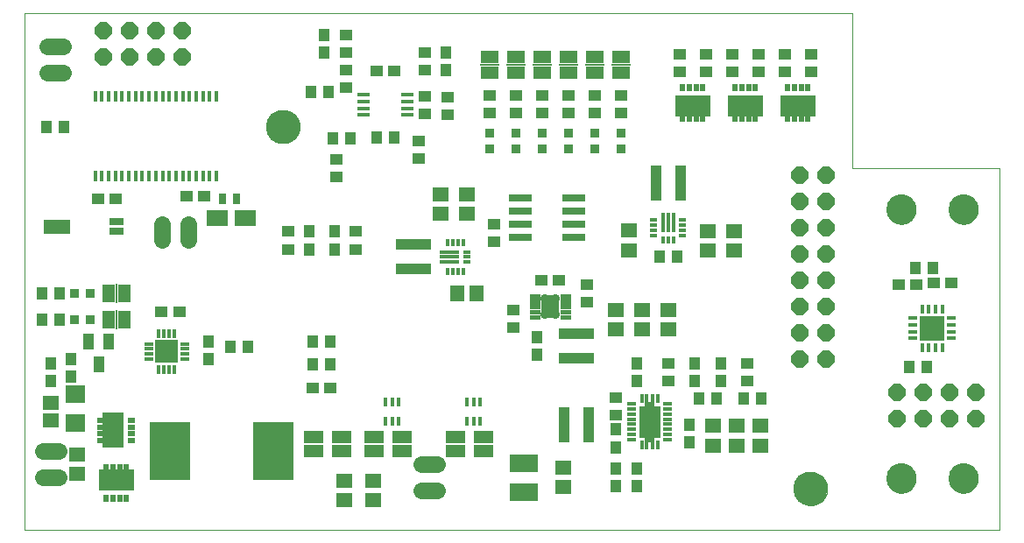
<source format=gts>
G75*
%MOIN*%
%OFA0B0*%
%FSLAX25Y25*%
%IPPOS*%
%LPD*%
%AMOC8*
5,1,8,0,0,1.08239X$1,22.5*
%
%ADD10C,0.00000*%
%ADD11C,0.12998*%
%ADD12R,0.01778X0.04337*%
%ADD13R,0.09061X0.02762*%
%ADD14R,0.01500X0.03500*%
%ADD15R,0.03500X0.01500*%
%ADD16R,0.08800X0.08800*%
%ADD17C,0.03400*%
%ADD18R,0.07400X0.01300*%
%ADD19R,0.01300X0.02800*%
%ADD20R,0.02800X0.01300*%
%ADD21R,0.05518X0.06306*%
%ADD22R,0.06306X0.05518*%
%ADD23R,0.04731X0.04337*%
%ADD24R,0.06699X0.08865*%
%ADD25C,0.00015*%
%ADD26C,0.03581*%
%ADD27C,0.03600*%
%ADD28R,0.13600X0.04200*%
%ADD29R,0.04337X0.04731*%
%ADD30R,0.03550X0.03550*%
%ADD31R,0.06700X0.05000*%
%ADD32R,0.07200X0.00600*%
%ADD33R,0.01300X0.07400*%
%ADD34R,0.04200X0.13600*%
%ADD35R,0.05124X0.01581*%
%ADD36R,0.01772X0.03543*%
%ADD37R,0.07200X0.04730*%
%ADD38R,0.08077X0.06306*%
%ADD39R,0.03156X0.03943*%
%ADD40R,0.05400X0.02900*%
%ADD41R,0.10400X0.05400*%
%ADD42R,0.01502X0.03746*%
%ADD43R,0.03746X0.01502*%
%ADD44R,0.08471X0.12408*%
%ADD45R,0.01306X0.04928*%
%ADD46R,0.03471X0.15557*%
%ADD47C,0.03187*%
%ADD48R,0.15557X0.22054*%
%ADD49R,0.02600X0.02400*%
%ADD50R,0.08000X0.13400*%
%ADD51R,0.02400X0.02600*%
%ADD52R,0.13400X0.08000*%
%ADD53R,0.05000X0.06700*%
%ADD54R,0.00600X0.07200*%
%ADD55R,0.11030X0.06699*%
%ADD56R,0.04337X0.05912*%
%ADD57R,0.07498X0.06699*%
%ADD58C,0.06400*%
%ADD59OC8,0.06400*%
%ADD60R,0.01654X0.03346*%
%ADD61R,0.03346X0.01654*%
%ADD62R,0.09449X0.09449*%
%ADD63C,0.11424*%
D10*
X0027103Y0012487D02*
X0027103Y0209337D01*
X0342063Y0209337D01*
X0342063Y0150282D01*
X0347969Y0150282D01*
X0346985Y0150282D01*
X0347969Y0150282D02*
X0398166Y0150282D01*
X0398166Y0012487D01*
X0342063Y0012487D01*
X0027103Y0012487D01*
X0119229Y0166030D02*
X0119231Y0166188D01*
X0119237Y0166346D01*
X0119247Y0166504D01*
X0119261Y0166662D01*
X0119279Y0166819D01*
X0119300Y0166976D01*
X0119326Y0167132D01*
X0119356Y0167288D01*
X0119389Y0167443D01*
X0119427Y0167596D01*
X0119468Y0167749D01*
X0119513Y0167901D01*
X0119562Y0168052D01*
X0119615Y0168201D01*
X0119671Y0168349D01*
X0119731Y0168495D01*
X0119795Y0168640D01*
X0119863Y0168783D01*
X0119934Y0168925D01*
X0120008Y0169065D01*
X0120086Y0169202D01*
X0120168Y0169338D01*
X0120252Y0169472D01*
X0120341Y0169603D01*
X0120432Y0169732D01*
X0120527Y0169859D01*
X0120624Y0169984D01*
X0120725Y0170106D01*
X0120829Y0170225D01*
X0120936Y0170342D01*
X0121046Y0170456D01*
X0121159Y0170567D01*
X0121274Y0170676D01*
X0121392Y0170781D01*
X0121513Y0170883D01*
X0121636Y0170983D01*
X0121762Y0171079D01*
X0121890Y0171172D01*
X0122020Y0171262D01*
X0122153Y0171348D01*
X0122288Y0171432D01*
X0122424Y0171511D01*
X0122563Y0171588D01*
X0122704Y0171660D01*
X0122846Y0171730D01*
X0122990Y0171795D01*
X0123136Y0171857D01*
X0123283Y0171915D01*
X0123432Y0171970D01*
X0123582Y0172021D01*
X0123733Y0172068D01*
X0123885Y0172111D01*
X0124038Y0172150D01*
X0124193Y0172186D01*
X0124348Y0172217D01*
X0124504Y0172245D01*
X0124660Y0172269D01*
X0124817Y0172289D01*
X0124975Y0172305D01*
X0125132Y0172317D01*
X0125291Y0172325D01*
X0125449Y0172329D01*
X0125607Y0172329D01*
X0125765Y0172325D01*
X0125924Y0172317D01*
X0126081Y0172305D01*
X0126239Y0172289D01*
X0126396Y0172269D01*
X0126552Y0172245D01*
X0126708Y0172217D01*
X0126863Y0172186D01*
X0127018Y0172150D01*
X0127171Y0172111D01*
X0127323Y0172068D01*
X0127474Y0172021D01*
X0127624Y0171970D01*
X0127773Y0171915D01*
X0127920Y0171857D01*
X0128066Y0171795D01*
X0128210Y0171730D01*
X0128352Y0171660D01*
X0128493Y0171588D01*
X0128632Y0171511D01*
X0128768Y0171432D01*
X0128903Y0171348D01*
X0129036Y0171262D01*
X0129166Y0171172D01*
X0129294Y0171079D01*
X0129420Y0170983D01*
X0129543Y0170883D01*
X0129664Y0170781D01*
X0129782Y0170676D01*
X0129897Y0170567D01*
X0130010Y0170456D01*
X0130120Y0170342D01*
X0130227Y0170225D01*
X0130331Y0170106D01*
X0130432Y0169984D01*
X0130529Y0169859D01*
X0130624Y0169732D01*
X0130715Y0169603D01*
X0130804Y0169472D01*
X0130888Y0169338D01*
X0130970Y0169202D01*
X0131048Y0169065D01*
X0131122Y0168925D01*
X0131193Y0168783D01*
X0131261Y0168640D01*
X0131325Y0168495D01*
X0131385Y0168349D01*
X0131441Y0168201D01*
X0131494Y0168052D01*
X0131543Y0167901D01*
X0131588Y0167749D01*
X0131629Y0167596D01*
X0131667Y0167443D01*
X0131700Y0167288D01*
X0131730Y0167132D01*
X0131756Y0166976D01*
X0131777Y0166819D01*
X0131795Y0166662D01*
X0131809Y0166504D01*
X0131819Y0166346D01*
X0131825Y0166188D01*
X0131827Y0166030D01*
X0131825Y0165872D01*
X0131819Y0165714D01*
X0131809Y0165556D01*
X0131795Y0165398D01*
X0131777Y0165241D01*
X0131756Y0165084D01*
X0131730Y0164928D01*
X0131700Y0164772D01*
X0131667Y0164617D01*
X0131629Y0164464D01*
X0131588Y0164311D01*
X0131543Y0164159D01*
X0131494Y0164008D01*
X0131441Y0163859D01*
X0131385Y0163711D01*
X0131325Y0163565D01*
X0131261Y0163420D01*
X0131193Y0163277D01*
X0131122Y0163135D01*
X0131048Y0162995D01*
X0130970Y0162858D01*
X0130888Y0162722D01*
X0130804Y0162588D01*
X0130715Y0162457D01*
X0130624Y0162328D01*
X0130529Y0162201D01*
X0130432Y0162076D01*
X0130331Y0161954D01*
X0130227Y0161835D01*
X0130120Y0161718D01*
X0130010Y0161604D01*
X0129897Y0161493D01*
X0129782Y0161384D01*
X0129664Y0161279D01*
X0129543Y0161177D01*
X0129420Y0161077D01*
X0129294Y0160981D01*
X0129166Y0160888D01*
X0129036Y0160798D01*
X0128903Y0160712D01*
X0128768Y0160628D01*
X0128632Y0160549D01*
X0128493Y0160472D01*
X0128352Y0160400D01*
X0128210Y0160330D01*
X0128066Y0160265D01*
X0127920Y0160203D01*
X0127773Y0160145D01*
X0127624Y0160090D01*
X0127474Y0160039D01*
X0127323Y0159992D01*
X0127171Y0159949D01*
X0127018Y0159910D01*
X0126863Y0159874D01*
X0126708Y0159843D01*
X0126552Y0159815D01*
X0126396Y0159791D01*
X0126239Y0159771D01*
X0126081Y0159755D01*
X0125924Y0159743D01*
X0125765Y0159735D01*
X0125607Y0159731D01*
X0125449Y0159731D01*
X0125291Y0159735D01*
X0125132Y0159743D01*
X0124975Y0159755D01*
X0124817Y0159771D01*
X0124660Y0159791D01*
X0124504Y0159815D01*
X0124348Y0159843D01*
X0124193Y0159874D01*
X0124038Y0159910D01*
X0123885Y0159949D01*
X0123733Y0159992D01*
X0123582Y0160039D01*
X0123432Y0160090D01*
X0123283Y0160145D01*
X0123136Y0160203D01*
X0122990Y0160265D01*
X0122846Y0160330D01*
X0122704Y0160400D01*
X0122563Y0160472D01*
X0122424Y0160549D01*
X0122288Y0160628D01*
X0122153Y0160712D01*
X0122020Y0160798D01*
X0121890Y0160888D01*
X0121762Y0160981D01*
X0121636Y0161077D01*
X0121513Y0161177D01*
X0121392Y0161279D01*
X0121274Y0161384D01*
X0121159Y0161493D01*
X0121046Y0161604D01*
X0120936Y0161718D01*
X0120829Y0161835D01*
X0120725Y0161954D01*
X0120624Y0162076D01*
X0120527Y0162201D01*
X0120432Y0162328D01*
X0120341Y0162457D01*
X0120252Y0162588D01*
X0120168Y0162722D01*
X0120086Y0162858D01*
X0120008Y0162995D01*
X0119934Y0163135D01*
X0119863Y0163277D01*
X0119795Y0163420D01*
X0119731Y0163565D01*
X0119671Y0163711D01*
X0119615Y0163859D01*
X0119562Y0164008D01*
X0119513Y0164159D01*
X0119468Y0164311D01*
X0119427Y0164464D01*
X0119389Y0164617D01*
X0119356Y0164772D01*
X0119326Y0164928D01*
X0119300Y0165084D01*
X0119279Y0165241D01*
X0119261Y0165398D01*
X0119247Y0165556D01*
X0119237Y0165714D01*
X0119231Y0165872D01*
X0119229Y0166030D01*
X0355252Y0134534D02*
X0355254Y0134682D01*
X0355260Y0134830D01*
X0355270Y0134978D01*
X0355284Y0135125D01*
X0355302Y0135272D01*
X0355323Y0135418D01*
X0355349Y0135564D01*
X0355379Y0135709D01*
X0355412Y0135853D01*
X0355450Y0135996D01*
X0355491Y0136138D01*
X0355536Y0136279D01*
X0355584Y0136419D01*
X0355637Y0136558D01*
X0355693Y0136695D01*
X0355753Y0136830D01*
X0355816Y0136964D01*
X0355883Y0137096D01*
X0355954Y0137226D01*
X0356028Y0137354D01*
X0356105Y0137480D01*
X0356186Y0137604D01*
X0356270Y0137726D01*
X0356357Y0137845D01*
X0356448Y0137962D01*
X0356542Y0138077D01*
X0356638Y0138189D01*
X0356738Y0138299D01*
X0356840Y0138405D01*
X0356946Y0138509D01*
X0357054Y0138610D01*
X0357165Y0138708D01*
X0357278Y0138804D01*
X0357394Y0138896D01*
X0357512Y0138985D01*
X0357633Y0139070D01*
X0357756Y0139153D01*
X0357881Y0139232D01*
X0358008Y0139308D01*
X0358137Y0139380D01*
X0358268Y0139449D01*
X0358401Y0139514D01*
X0358536Y0139575D01*
X0358672Y0139633D01*
X0358809Y0139688D01*
X0358948Y0139738D01*
X0359089Y0139785D01*
X0359230Y0139828D01*
X0359373Y0139868D01*
X0359517Y0139903D01*
X0359661Y0139935D01*
X0359807Y0139962D01*
X0359953Y0139986D01*
X0360100Y0140006D01*
X0360247Y0140022D01*
X0360394Y0140034D01*
X0360542Y0140042D01*
X0360690Y0140046D01*
X0360838Y0140046D01*
X0360986Y0140042D01*
X0361134Y0140034D01*
X0361281Y0140022D01*
X0361428Y0140006D01*
X0361575Y0139986D01*
X0361721Y0139962D01*
X0361867Y0139935D01*
X0362011Y0139903D01*
X0362155Y0139868D01*
X0362298Y0139828D01*
X0362439Y0139785D01*
X0362580Y0139738D01*
X0362719Y0139688D01*
X0362856Y0139633D01*
X0362992Y0139575D01*
X0363127Y0139514D01*
X0363260Y0139449D01*
X0363391Y0139380D01*
X0363520Y0139308D01*
X0363647Y0139232D01*
X0363772Y0139153D01*
X0363895Y0139070D01*
X0364016Y0138985D01*
X0364134Y0138896D01*
X0364250Y0138804D01*
X0364363Y0138708D01*
X0364474Y0138610D01*
X0364582Y0138509D01*
X0364688Y0138405D01*
X0364790Y0138299D01*
X0364890Y0138189D01*
X0364986Y0138077D01*
X0365080Y0137962D01*
X0365171Y0137845D01*
X0365258Y0137726D01*
X0365342Y0137604D01*
X0365423Y0137480D01*
X0365500Y0137354D01*
X0365574Y0137226D01*
X0365645Y0137096D01*
X0365712Y0136964D01*
X0365775Y0136830D01*
X0365835Y0136695D01*
X0365891Y0136558D01*
X0365944Y0136419D01*
X0365992Y0136279D01*
X0366037Y0136138D01*
X0366078Y0135996D01*
X0366116Y0135853D01*
X0366149Y0135709D01*
X0366179Y0135564D01*
X0366205Y0135418D01*
X0366226Y0135272D01*
X0366244Y0135125D01*
X0366258Y0134978D01*
X0366268Y0134830D01*
X0366274Y0134682D01*
X0366276Y0134534D01*
X0366274Y0134386D01*
X0366268Y0134238D01*
X0366258Y0134090D01*
X0366244Y0133943D01*
X0366226Y0133796D01*
X0366205Y0133650D01*
X0366179Y0133504D01*
X0366149Y0133359D01*
X0366116Y0133215D01*
X0366078Y0133072D01*
X0366037Y0132930D01*
X0365992Y0132789D01*
X0365944Y0132649D01*
X0365891Y0132510D01*
X0365835Y0132373D01*
X0365775Y0132238D01*
X0365712Y0132104D01*
X0365645Y0131972D01*
X0365574Y0131842D01*
X0365500Y0131714D01*
X0365423Y0131588D01*
X0365342Y0131464D01*
X0365258Y0131342D01*
X0365171Y0131223D01*
X0365080Y0131106D01*
X0364986Y0130991D01*
X0364890Y0130879D01*
X0364790Y0130769D01*
X0364688Y0130663D01*
X0364582Y0130559D01*
X0364474Y0130458D01*
X0364363Y0130360D01*
X0364250Y0130264D01*
X0364134Y0130172D01*
X0364016Y0130083D01*
X0363895Y0129998D01*
X0363772Y0129915D01*
X0363647Y0129836D01*
X0363520Y0129760D01*
X0363391Y0129688D01*
X0363260Y0129619D01*
X0363127Y0129554D01*
X0362992Y0129493D01*
X0362856Y0129435D01*
X0362719Y0129380D01*
X0362580Y0129330D01*
X0362439Y0129283D01*
X0362298Y0129240D01*
X0362155Y0129200D01*
X0362011Y0129165D01*
X0361867Y0129133D01*
X0361721Y0129106D01*
X0361575Y0129082D01*
X0361428Y0129062D01*
X0361281Y0129046D01*
X0361134Y0129034D01*
X0360986Y0129026D01*
X0360838Y0129022D01*
X0360690Y0129022D01*
X0360542Y0129026D01*
X0360394Y0129034D01*
X0360247Y0129046D01*
X0360100Y0129062D01*
X0359953Y0129082D01*
X0359807Y0129106D01*
X0359661Y0129133D01*
X0359517Y0129165D01*
X0359373Y0129200D01*
X0359230Y0129240D01*
X0359089Y0129283D01*
X0358948Y0129330D01*
X0358809Y0129380D01*
X0358672Y0129435D01*
X0358536Y0129493D01*
X0358401Y0129554D01*
X0358268Y0129619D01*
X0358137Y0129688D01*
X0358008Y0129760D01*
X0357881Y0129836D01*
X0357756Y0129915D01*
X0357633Y0129998D01*
X0357512Y0130083D01*
X0357394Y0130172D01*
X0357278Y0130264D01*
X0357165Y0130360D01*
X0357054Y0130458D01*
X0356946Y0130559D01*
X0356840Y0130663D01*
X0356738Y0130769D01*
X0356638Y0130879D01*
X0356542Y0130991D01*
X0356448Y0131106D01*
X0356357Y0131223D01*
X0356270Y0131342D01*
X0356186Y0131464D01*
X0356105Y0131588D01*
X0356028Y0131714D01*
X0355954Y0131842D01*
X0355883Y0131972D01*
X0355816Y0132104D01*
X0355753Y0132238D01*
X0355693Y0132373D01*
X0355637Y0132510D01*
X0355584Y0132649D01*
X0355536Y0132789D01*
X0355491Y0132930D01*
X0355450Y0133072D01*
X0355412Y0133215D01*
X0355379Y0133359D01*
X0355349Y0133504D01*
X0355323Y0133650D01*
X0355302Y0133796D01*
X0355284Y0133943D01*
X0355270Y0134090D01*
X0355260Y0134238D01*
X0355254Y0134386D01*
X0355252Y0134534D01*
X0378874Y0134534D02*
X0378876Y0134682D01*
X0378882Y0134830D01*
X0378892Y0134978D01*
X0378906Y0135125D01*
X0378924Y0135272D01*
X0378945Y0135418D01*
X0378971Y0135564D01*
X0379001Y0135709D01*
X0379034Y0135853D01*
X0379072Y0135996D01*
X0379113Y0136138D01*
X0379158Y0136279D01*
X0379206Y0136419D01*
X0379259Y0136558D01*
X0379315Y0136695D01*
X0379375Y0136830D01*
X0379438Y0136964D01*
X0379505Y0137096D01*
X0379576Y0137226D01*
X0379650Y0137354D01*
X0379727Y0137480D01*
X0379808Y0137604D01*
X0379892Y0137726D01*
X0379979Y0137845D01*
X0380070Y0137962D01*
X0380164Y0138077D01*
X0380260Y0138189D01*
X0380360Y0138299D01*
X0380462Y0138405D01*
X0380568Y0138509D01*
X0380676Y0138610D01*
X0380787Y0138708D01*
X0380900Y0138804D01*
X0381016Y0138896D01*
X0381134Y0138985D01*
X0381255Y0139070D01*
X0381378Y0139153D01*
X0381503Y0139232D01*
X0381630Y0139308D01*
X0381759Y0139380D01*
X0381890Y0139449D01*
X0382023Y0139514D01*
X0382158Y0139575D01*
X0382294Y0139633D01*
X0382431Y0139688D01*
X0382570Y0139738D01*
X0382711Y0139785D01*
X0382852Y0139828D01*
X0382995Y0139868D01*
X0383139Y0139903D01*
X0383283Y0139935D01*
X0383429Y0139962D01*
X0383575Y0139986D01*
X0383722Y0140006D01*
X0383869Y0140022D01*
X0384016Y0140034D01*
X0384164Y0140042D01*
X0384312Y0140046D01*
X0384460Y0140046D01*
X0384608Y0140042D01*
X0384756Y0140034D01*
X0384903Y0140022D01*
X0385050Y0140006D01*
X0385197Y0139986D01*
X0385343Y0139962D01*
X0385489Y0139935D01*
X0385633Y0139903D01*
X0385777Y0139868D01*
X0385920Y0139828D01*
X0386061Y0139785D01*
X0386202Y0139738D01*
X0386341Y0139688D01*
X0386478Y0139633D01*
X0386614Y0139575D01*
X0386749Y0139514D01*
X0386882Y0139449D01*
X0387013Y0139380D01*
X0387142Y0139308D01*
X0387269Y0139232D01*
X0387394Y0139153D01*
X0387517Y0139070D01*
X0387638Y0138985D01*
X0387756Y0138896D01*
X0387872Y0138804D01*
X0387985Y0138708D01*
X0388096Y0138610D01*
X0388204Y0138509D01*
X0388310Y0138405D01*
X0388412Y0138299D01*
X0388512Y0138189D01*
X0388608Y0138077D01*
X0388702Y0137962D01*
X0388793Y0137845D01*
X0388880Y0137726D01*
X0388964Y0137604D01*
X0389045Y0137480D01*
X0389122Y0137354D01*
X0389196Y0137226D01*
X0389267Y0137096D01*
X0389334Y0136964D01*
X0389397Y0136830D01*
X0389457Y0136695D01*
X0389513Y0136558D01*
X0389566Y0136419D01*
X0389614Y0136279D01*
X0389659Y0136138D01*
X0389700Y0135996D01*
X0389738Y0135853D01*
X0389771Y0135709D01*
X0389801Y0135564D01*
X0389827Y0135418D01*
X0389848Y0135272D01*
X0389866Y0135125D01*
X0389880Y0134978D01*
X0389890Y0134830D01*
X0389896Y0134682D01*
X0389898Y0134534D01*
X0389896Y0134386D01*
X0389890Y0134238D01*
X0389880Y0134090D01*
X0389866Y0133943D01*
X0389848Y0133796D01*
X0389827Y0133650D01*
X0389801Y0133504D01*
X0389771Y0133359D01*
X0389738Y0133215D01*
X0389700Y0133072D01*
X0389659Y0132930D01*
X0389614Y0132789D01*
X0389566Y0132649D01*
X0389513Y0132510D01*
X0389457Y0132373D01*
X0389397Y0132238D01*
X0389334Y0132104D01*
X0389267Y0131972D01*
X0389196Y0131842D01*
X0389122Y0131714D01*
X0389045Y0131588D01*
X0388964Y0131464D01*
X0388880Y0131342D01*
X0388793Y0131223D01*
X0388702Y0131106D01*
X0388608Y0130991D01*
X0388512Y0130879D01*
X0388412Y0130769D01*
X0388310Y0130663D01*
X0388204Y0130559D01*
X0388096Y0130458D01*
X0387985Y0130360D01*
X0387872Y0130264D01*
X0387756Y0130172D01*
X0387638Y0130083D01*
X0387517Y0129998D01*
X0387394Y0129915D01*
X0387269Y0129836D01*
X0387142Y0129760D01*
X0387013Y0129688D01*
X0386882Y0129619D01*
X0386749Y0129554D01*
X0386614Y0129493D01*
X0386478Y0129435D01*
X0386341Y0129380D01*
X0386202Y0129330D01*
X0386061Y0129283D01*
X0385920Y0129240D01*
X0385777Y0129200D01*
X0385633Y0129165D01*
X0385489Y0129133D01*
X0385343Y0129106D01*
X0385197Y0129082D01*
X0385050Y0129062D01*
X0384903Y0129046D01*
X0384756Y0129034D01*
X0384608Y0129026D01*
X0384460Y0129022D01*
X0384312Y0129022D01*
X0384164Y0129026D01*
X0384016Y0129034D01*
X0383869Y0129046D01*
X0383722Y0129062D01*
X0383575Y0129082D01*
X0383429Y0129106D01*
X0383283Y0129133D01*
X0383139Y0129165D01*
X0382995Y0129200D01*
X0382852Y0129240D01*
X0382711Y0129283D01*
X0382570Y0129330D01*
X0382431Y0129380D01*
X0382294Y0129435D01*
X0382158Y0129493D01*
X0382023Y0129554D01*
X0381890Y0129619D01*
X0381759Y0129688D01*
X0381630Y0129760D01*
X0381503Y0129836D01*
X0381378Y0129915D01*
X0381255Y0129998D01*
X0381134Y0130083D01*
X0381016Y0130172D01*
X0380900Y0130264D01*
X0380787Y0130360D01*
X0380676Y0130458D01*
X0380568Y0130559D01*
X0380462Y0130663D01*
X0380360Y0130769D01*
X0380260Y0130879D01*
X0380164Y0130991D01*
X0380070Y0131106D01*
X0379979Y0131223D01*
X0379892Y0131342D01*
X0379808Y0131464D01*
X0379727Y0131588D01*
X0379650Y0131714D01*
X0379576Y0131842D01*
X0379505Y0131972D01*
X0379438Y0132104D01*
X0379375Y0132238D01*
X0379315Y0132373D01*
X0379259Y0132510D01*
X0379206Y0132649D01*
X0379158Y0132789D01*
X0379113Y0132930D01*
X0379072Y0133072D01*
X0379034Y0133215D01*
X0379001Y0133359D01*
X0378971Y0133504D01*
X0378945Y0133650D01*
X0378924Y0133796D01*
X0378906Y0133943D01*
X0378892Y0134090D01*
X0378882Y0134238D01*
X0378876Y0134386D01*
X0378874Y0134534D01*
X0378874Y0032172D02*
X0378876Y0032320D01*
X0378882Y0032468D01*
X0378892Y0032616D01*
X0378906Y0032763D01*
X0378924Y0032910D01*
X0378945Y0033056D01*
X0378971Y0033202D01*
X0379001Y0033347D01*
X0379034Y0033491D01*
X0379072Y0033634D01*
X0379113Y0033776D01*
X0379158Y0033917D01*
X0379206Y0034057D01*
X0379259Y0034196D01*
X0379315Y0034333D01*
X0379375Y0034468D01*
X0379438Y0034602D01*
X0379505Y0034734D01*
X0379576Y0034864D01*
X0379650Y0034992D01*
X0379727Y0035118D01*
X0379808Y0035242D01*
X0379892Y0035364D01*
X0379979Y0035483D01*
X0380070Y0035600D01*
X0380164Y0035715D01*
X0380260Y0035827D01*
X0380360Y0035937D01*
X0380462Y0036043D01*
X0380568Y0036147D01*
X0380676Y0036248D01*
X0380787Y0036346D01*
X0380900Y0036442D01*
X0381016Y0036534D01*
X0381134Y0036623D01*
X0381255Y0036708D01*
X0381378Y0036791D01*
X0381503Y0036870D01*
X0381630Y0036946D01*
X0381759Y0037018D01*
X0381890Y0037087D01*
X0382023Y0037152D01*
X0382158Y0037213D01*
X0382294Y0037271D01*
X0382431Y0037326D01*
X0382570Y0037376D01*
X0382711Y0037423D01*
X0382852Y0037466D01*
X0382995Y0037506D01*
X0383139Y0037541D01*
X0383283Y0037573D01*
X0383429Y0037600D01*
X0383575Y0037624D01*
X0383722Y0037644D01*
X0383869Y0037660D01*
X0384016Y0037672D01*
X0384164Y0037680D01*
X0384312Y0037684D01*
X0384460Y0037684D01*
X0384608Y0037680D01*
X0384756Y0037672D01*
X0384903Y0037660D01*
X0385050Y0037644D01*
X0385197Y0037624D01*
X0385343Y0037600D01*
X0385489Y0037573D01*
X0385633Y0037541D01*
X0385777Y0037506D01*
X0385920Y0037466D01*
X0386061Y0037423D01*
X0386202Y0037376D01*
X0386341Y0037326D01*
X0386478Y0037271D01*
X0386614Y0037213D01*
X0386749Y0037152D01*
X0386882Y0037087D01*
X0387013Y0037018D01*
X0387142Y0036946D01*
X0387269Y0036870D01*
X0387394Y0036791D01*
X0387517Y0036708D01*
X0387638Y0036623D01*
X0387756Y0036534D01*
X0387872Y0036442D01*
X0387985Y0036346D01*
X0388096Y0036248D01*
X0388204Y0036147D01*
X0388310Y0036043D01*
X0388412Y0035937D01*
X0388512Y0035827D01*
X0388608Y0035715D01*
X0388702Y0035600D01*
X0388793Y0035483D01*
X0388880Y0035364D01*
X0388964Y0035242D01*
X0389045Y0035118D01*
X0389122Y0034992D01*
X0389196Y0034864D01*
X0389267Y0034734D01*
X0389334Y0034602D01*
X0389397Y0034468D01*
X0389457Y0034333D01*
X0389513Y0034196D01*
X0389566Y0034057D01*
X0389614Y0033917D01*
X0389659Y0033776D01*
X0389700Y0033634D01*
X0389738Y0033491D01*
X0389771Y0033347D01*
X0389801Y0033202D01*
X0389827Y0033056D01*
X0389848Y0032910D01*
X0389866Y0032763D01*
X0389880Y0032616D01*
X0389890Y0032468D01*
X0389896Y0032320D01*
X0389898Y0032172D01*
X0389896Y0032024D01*
X0389890Y0031876D01*
X0389880Y0031728D01*
X0389866Y0031581D01*
X0389848Y0031434D01*
X0389827Y0031288D01*
X0389801Y0031142D01*
X0389771Y0030997D01*
X0389738Y0030853D01*
X0389700Y0030710D01*
X0389659Y0030568D01*
X0389614Y0030427D01*
X0389566Y0030287D01*
X0389513Y0030148D01*
X0389457Y0030011D01*
X0389397Y0029876D01*
X0389334Y0029742D01*
X0389267Y0029610D01*
X0389196Y0029480D01*
X0389122Y0029352D01*
X0389045Y0029226D01*
X0388964Y0029102D01*
X0388880Y0028980D01*
X0388793Y0028861D01*
X0388702Y0028744D01*
X0388608Y0028629D01*
X0388512Y0028517D01*
X0388412Y0028407D01*
X0388310Y0028301D01*
X0388204Y0028197D01*
X0388096Y0028096D01*
X0387985Y0027998D01*
X0387872Y0027902D01*
X0387756Y0027810D01*
X0387638Y0027721D01*
X0387517Y0027636D01*
X0387394Y0027553D01*
X0387269Y0027474D01*
X0387142Y0027398D01*
X0387013Y0027326D01*
X0386882Y0027257D01*
X0386749Y0027192D01*
X0386614Y0027131D01*
X0386478Y0027073D01*
X0386341Y0027018D01*
X0386202Y0026968D01*
X0386061Y0026921D01*
X0385920Y0026878D01*
X0385777Y0026838D01*
X0385633Y0026803D01*
X0385489Y0026771D01*
X0385343Y0026744D01*
X0385197Y0026720D01*
X0385050Y0026700D01*
X0384903Y0026684D01*
X0384756Y0026672D01*
X0384608Y0026664D01*
X0384460Y0026660D01*
X0384312Y0026660D01*
X0384164Y0026664D01*
X0384016Y0026672D01*
X0383869Y0026684D01*
X0383722Y0026700D01*
X0383575Y0026720D01*
X0383429Y0026744D01*
X0383283Y0026771D01*
X0383139Y0026803D01*
X0382995Y0026838D01*
X0382852Y0026878D01*
X0382711Y0026921D01*
X0382570Y0026968D01*
X0382431Y0027018D01*
X0382294Y0027073D01*
X0382158Y0027131D01*
X0382023Y0027192D01*
X0381890Y0027257D01*
X0381759Y0027326D01*
X0381630Y0027398D01*
X0381503Y0027474D01*
X0381378Y0027553D01*
X0381255Y0027636D01*
X0381134Y0027721D01*
X0381016Y0027810D01*
X0380900Y0027902D01*
X0380787Y0027998D01*
X0380676Y0028096D01*
X0380568Y0028197D01*
X0380462Y0028301D01*
X0380360Y0028407D01*
X0380260Y0028517D01*
X0380164Y0028629D01*
X0380070Y0028744D01*
X0379979Y0028861D01*
X0379892Y0028980D01*
X0379808Y0029102D01*
X0379727Y0029226D01*
X0379650Y0029352D01*
X0379576Y0029480D01*
X0379505Y0029610D01*
X0379438Y0029742D01*
X0379375Y0029876D01*
X0379315Y0030011D01*
X0379259Y0030148D01*
X0379206Y0030287D01*
X0379158Y0030427D01*
X0379113Y0030568D01*
X0379072Y0030710D01*
X0379034Y0030853D01*
X0379001Y0030997D01*
X0378971Y0031142D01*
X0378945Y0031288D01*
X0378924Y0031434D01*
X0378906Y0031581D01*
X0378892Y0031728D01*
X0378882Y0031876D01*
X0378876Y0032024D01*
X0378874Y0032172D01*
X0355252Y0032172D02*
X0355254Y0032320D01*
X0355260Y0032468D01*
X0355270Y0032616D01*
X0355284Y0032763D01*
X0355302Y0032910D01*
X0355323Y0033056D01*
X0355349Y0033202D01*
X0355379Y0033347D01*
X0355412Y0033491D01*
X0355450Y0033634D01*
X0355491Y0033776D01*
X0355536Y0033917D01*
X0355584Y0034057D01*
X0355637Y0034196D01*
X0355693Y0034333D01*
X0355753Y0034468D01*
X0355816Y0034602D01*
X0355883Y0034734D01*
X0355954Y0034864D01*
X0356028Y0034992D01*
X0356105Y0035118D01*
X0356186Y0035242D01*
X0356270Y0035364D01*
X0356357Y0035483D01*
X0356448Y0035600D01*
X0356542Y0035715D01*
X0356638Y0035827D01*
X0356738Y0035937D01*
X0356840Y0036043D01*
X0356946Y0036147D01*
X0357054Y0036248D01*
X0357165Y0036346D01*
X0357278Y0036442D01*
X0357394Y0036534D01*
X0357512Y0036623D01*
X0357633Y0036708D01*
X0357756Y0036791D01*
X0357881Y0036870D01*
X0358008Y0036946D01*
X0358137Y0037018D01*
X0358268Y0037087D01*
X0358401Y0037152D01*
X0358536Y0037213D01*
X0358672Y0037271D01*
X0358809Y0037326D01*
X0358948Y0037376D01*
X0359089Y0037423D01*
X0359230Y0037466D01*
X0359373Y0037506D01*
X0359517Y0037541D01*
X0359661Y0037573D01*
X0359807Y0037600D01*
X0359953Y0037624D01*
X0360100Y0037644D01*
X0360247Y0037660D01*
X0360394Y0037672D01*
X0360542Y0037680D01*
X0360690Y0037684D01*
X0360838Y0037684D01*
X0360986Y0037680D01*
X0361134Y0037672D01*
X0361281Y0037660D01*
X0361428Y0037644D01*
X0361575Y0037624D01*
X0361721Y0037600D01*
X0361867Y0037573D01*
X0362011Y0037541D01*
X0362155Y0037506D01*
X0362298Y0037466D01*
X0362439Y0037423D01*
X0362580Y0037376D01*
X0362719Y0037326D01*
X0362856Y0037271D01*
X0362992Y0037213D01*
X0363127Y0037152D01*
X0363260Y0037087D01*
X0363391Y0037018D01*
X0363520Y0036946D01*
X0363647Y0036870D01*
X0363772Y0036791D01*
X0363895Y0036708D01*
X0364016Y0036623D01*
X0364134Y0036534D01*
X0364250Y0036442D01*
X0364363Y0036346D01*
X0364474Y0036248D01*
X0364582Y0036147D01*
X0364688Y0036043D01*
X0364790Y0035937D01*
X0364890Y0035827D01*
X0364986Y0035715D01*
X0365080Y0035600D01*
X0365171Y0035483D01*
X0365258Y0035364D01*
X0365342Y0035242D01*
X0365423Y0035118D01*
X0365500Y0034992D01*
X0365574Y0034864D01*
X0365645Y0034734D01*
X0365712Y0034602D01*
X0365775Y0034468D01*
X0365835Y0034333D01*
X0365891Y0034196D01*
X0365944Y0034057D01*
X0365992Y0033917D01*
X0366037Y0033776D01*
X0366078Y0033634D01*
X0366116Y0033491D01*
X0366149Y0033347D01*
X0366179Y0033202D01*
X0366205Y0033056D01*
X0366226Y0032910D01*
X0366244Y0032763D01*
X0366258Y0032616D01*
X0366268Y0032468D01*
X0366274Y0032320D01*
X0366276Y0032172D01*
X0366274Y0032024D01*
X0366268Y0031876D01*
X0366258Y0031728D01*
X0366244Y0031581D01*
X0366226Y0031434D01*
X0366205Y0031288D01*
X0366179Y0031142D01*
X0366149Y0030997D01*
X0366116Y0030853D01*
X0366078Y0030710D01*
X0366037Y0030568D01*
X0365992Y0030427D01*
X0365944Y0030287D01*
X0365891Y0030148D01*
X0365835Y0030011D01*
X0365775Y0029876D01*
X0365712Y0029742D01*
X0365645Y0029610D01*
X0365574Y0029480D01*
X0365500Y0029352D01*
X0365423Y0029226D01*
X0365342Y0029102D01*
X0365258Y0028980D01*
X0365171Y0028861D01*
X0365080Y0028744D01*
X0364986Y0028629D01*
X0364890Y0028517D01*
X0364790Y0028407D01*
X0364688Y0028301D01*
X0364582Y0028197D01*
X0364474Y0028096D01*
X0364363Y0027998D01*
X0364250Y0027902D01*
X0364134Y0027810D01*
X0364016Y0027721D01*
X0363895Y0027636D01*
X0363772Y0027553D01*
X0363647Y0027474D01*
X0363520Y0027398D01*
X0363391Y0027326D01*
X0363260Y0027257D01*
X0363127Y0027192D01*
X0362992Y0027131D01*
X0362856Y0027073D01*
X0362719Y0027018D01*
X0362580Y0026968D01*
X0362439Y0026921D01*
X0362298Y0026878D01*
X0362155Y0026838D01*
X0362011Y0026803D01*
X0361867Y0026771D01*
X0361721Y0026744D01*
X0361575Y0026720D01*
X0361428Y0026700D01*
X0361281Y0026684D01*
X0361134Y0026672D01*
X0360986Y0026664D01*
X0360838Y0026660D01*
X0360690Y0026660D01*
X0360542Y0026664D01*
X0360394Y0026672D01*
X0360247Y0026684D01*
X0360100Y0026700D01*
X0359953Y0026720D01*
X0359807Y0026744D01*
X0359661Y0026771D01*
X0359517Y0026803D01*
X0359373Y0026838D01*
X0359230Y0026878D01*
X0359089Y0026921D01*
X0358948Y0026968D01*
X0358809Y0027018D01*
X0358672Y0027073D01*
X0358536Y0027131D01*
X0358401Y0027192D01*
X0358268Y0027257D01*
X0358137Y0027326D01*
X0358008Y0027398D01*
X0357881Y0027474D01*
X0357756Y0027553D01*
X0357633Y0027636D01*
X0357512Y0027721D01*
X0357394Y0027810D01*
X0357278Y0027902D01*
X0357165Y0027998D01*
X0357054Y0028096D01*
X0356946Y0028197D01*
X0356840Y0028301D01*
X0356738Y0028407D01*
X0356638Y0028517D01*
X0356542Y0028629D01*
X0356448Y0028744D01*
X0356357Y0028861D01*
X0356270Y0028980D01*
X0356186Y0029102D01*
X0356105Y0029226D01*
X0356028Y0029352D01*
X0355954Y0029480D01*
X0355883Y0029610D01*
X0355816Y0029742D01*
X0355753Y0029876D01*
X0355693Y0030011D01*
X0355637Y0030148D01*
X0355584Y0030287D01*
X0355536Y0030427D01*
X0355491Y0030568D01*
X0355450Y0030710D01*
X0355412Y0030853D01*
X0355379Y0030997D01*
X0355349Y0031142D01*
X0355323Y0031288D01*
X0355302Y0031434D01*
X0355284Y0031581D01*
X0355270Y0031728D01*
X0355260Y0031876D01*
X0355254Y0032024D01*
X0355252Y0032172D01*
X0320016Y0028235D02*
X0320018Y0028393D01*
X0320024Y0028551D01*
X0320034Y0028709D01*
X0320048Y0028867D01*
X0320066Y0029024D01*
X0320087Y0029181D01*
X0320113Y0029337D01*
X0320143Y0029493D01*
X0320176Y0029648D01*
X0320214Y0029801D01*
X0320255Y0029954D01*
X0320300Y0030106D01*
X0320349Y0030257D01*
X0320402Y0030406D01*
X0320458Y0030554D01*
X0320518Y0030700D01*
X0320582Y0030845D01*
X0320650Y0030988D01*
X0320721Y0031130D01*
X0320795Y0031270D01*
X0320873Y0031407D01*
X0320955Y0031543D01*
X0321039Y0031677D01*
X0321128Y0031808D01*
X0321219Y0031937D01*
X0321314Y0032064D01*
X0321411Y0032189D01*
X0321512Y0032311D01*
X0321616Y0032430D01*
X0321723Y0032547D01*
X0321833Y0032661D01*
X0321946Y0032772D01*
X0322061Y0032881D01*
X0322179Y0032986D01*
X0322300Y0033088D01*
X0322423Y0033188D01*
X0322549Y0033284D01*
X0322677Y0033377D01*
X0322807Y0033467D01*
X0322940Y0033553D01*
X0323075Y0033637D01*
X0323211Y0033716D01*
X0323350Y0033793D01*
X0323491Y0033865D01*
X0323633Y0033935D01*
X0323777Y0034000D01*
X0323923Y0034062D01*
X0324070Y0034120D01*
X0324219Y0034175D01*
X0324369Y0034226D01*
X0324520Y0034273D01*
X0324672Y0034316D01*
X0324825Y0034355D01*
X0324980Y0034391D01*
X0325135Y0034422D01*
X0325291Y0034450D01*
X0325447Y0034474D01*
X0325604Y0034494D01*
X0325762Y0034510D01*
X0325919Y0034522D01*
X0326078Y0034530D01*
X0326236Y0034534D01*
X0326394Y0034534D01*
X0326552Y0034530D01*
X0326711Y0034522D01*
X0326868Y0034510D01*
X0327026Y0034494D01*
X0327183Y0034474D01*
X0327339Y0034450D01*
X0327495Y0034422D01*
X0327650Y0034391D01*
X0327805Y0034355D01*
X0327958Y0034316D01*
X0328110Y0034273D01*
X0328261Y0034226D01*
X0328411Y0034175D01*
X0328560Y0034120D01*
X0328707Y0034062D01*
X0328853Y0034000D01*
X0328997Y0033935D01*
X0329139Y0033865D01*
X0329280Y0033793D01*
X0329419Y0033716D01*
X0329555Y0033637D01*
X0329690Y0033553D01*
X0329823Y0033467D01*
X0329953Y0033377D01*
X0330081Y0033284D01*
X0330207Y0033188D01*
X0330330Y0033088D01*
X0330451Y0032986D01*
X0330569Y0032881D01*
X0330684Y0032772D01*
X0330797Y0032661D01*
X0330907Y0032547D01*
X0331014Y0032430D01*
X0331118Y0032311D01*
X0331219Y0032189D01*
X0331316Y0032064D01*
X0331411Y0031937D01*
X0331502Y0031808D01*
X0331591Y0031677D01*
X0331675Y0031543D01*
X0331757Y0031407D01*
X0331835Y0031270D01*
X0331909Y0031130D01*
X0331980Y0030988D01*
X0332048Y0030845D01*
X0332112Y0030700D01*
X0332172Y0030554D01*
X0332228Y0030406D01*
X0332281Y0030257D01*
X0332330Y0030106D01*
X0332375Y0029954D01*
X0332416Y0029801D01*
X0332454Y0029648D01*
X0332487Y0029493D01*
X0332517Y0029337D01*
X0332543Y0029181D01*
X0332564Y0029024D01*
X0332582Y0028867D01*
X0332596Y0028709D01*
X0332606Y0028551D01*
X0332612Y0028393D01*
X0332614Y0028235D01*
X0332612Y0028077D01*
X0332606Y0027919D01*
X0332596Y0027761D01*
X0332582Y0027603D01*
X0332564Y0027446D01*
X0332543Y0027289D01*
X0332517Y0027133D01*
X0332487Y0026977D01*
X0332454Y0026822D01*
X0332416Y0026669D01*
X0332375Y0026516D01*
X0332330Y0026364D01*
X0332281Y0026213D01*
X0332228Y0026064D01*
X0332172Y0025916D01*
X0332112Y0025770D01*
X0332048Y0025625D01*
X0331980Y0025482D01*
X0331909Y0025340D01*
X0331835Y0025200D01*
X0331757Y0025063D01*
X0331675Y0024927D01*
X0331591Y0024793D01*
X0331502Y0024662D01*
X0331411Y0024533D01*
X0331316Y0024406D01*
X0331219Y0024281D01*
X0331118Y0024159D01*
X0331014Y0024040D01*
X0330907Y0023923D01*
X0330797Y0023809D01*
X0330684Y0023698D01*
X0330569Y0023589D01*
X0330451Y0023484D01*
X0330330Y0023382D01*
X0330207Y0023282D01*
X0330081Y0023186D01*
X0329953Y0023093D01*
X0329823Y0023003D01*
X0329690Y0022917D01*
X0329555Y0022833D01*
X0329419Y0022754D01*
X0329280Y0022677D01*
X0329139Y0022605D01*
X0328997Y0022535D01*
X0328853Y0022470D01*
X0328707Y0022408D01*
X0328560Y0022350D01*
X0328411Y0022295D01*
X0328261Y0022244D01*
X0328110Y0022197D01*
X0327958Y0022154D01*
X0327805Y0022115D01*
X0327650Y0022079D01*
X0327495Y0022048D01*
X0327339Y0022020D01*
X0327183Y0021996D01*
X0327026Y0021976D01*
X0326868Y0021960D01*
X0326711Y0021948D01*
X0326552Y0021940D01*
X0326394Y0021936D01*
X0326236Y0021936D01*
X0326078Y0021940D01*
X0325919Y0021948D01*
X0325762Y0021960D01*
X0325604Y0021976D01*
X0325447Y0021996D01*
X0325291Y0022020D01*
X0325135Y0022048D01*
X0324980Y0022079D01*
X0324825Y0022115D01*
X0324672Y0022154D01*
X0324520Y0022197D01*
X0324369Y0022244D01*
X0324219Y0022295D01*
X0324070Y0022350D01*
X0323923Y0022408D01*
X0323777Y0022470D01*
X0323633Y0022535D01*
X0323491Y0022605D01*
X0323350Y0022677D01*
X0323211Y0022754D01*
X0323075Y0022833D01*
X0322940Y0022917D01*
X0322807Y0023003D01*
X0322677Y0023093D01*
X0322549Y0023186D01*
X0322423Y0023282D01*
X0322300Y0023382D01*
X0322179Y0023484D01*
X0322061Y0023589D01*
X0321946Y0023698D01*
X0321833Y0023809D01*
X0321723Y0023923D01*
X0321616Y0024040D01*
X0321512Y0024159D01*
X0321411Y0024281D01*
X0321314Y0024406D01*
X0321219Y0024533D01*
X0321128Y0024662D01*
X0321039Y0024793D01*
X0320955Y0024927D01*
X0320873Y0025063D01*
X0320795Y0025200D01*
X0320721Y0025340D01*
X0320650Y0025482D01*
X0320582Y0025625D01*
X0320518Y0025770D01*
X0320458Y0025916D01*
X0320402Y0026064D01*
X0320349Y0026213D01*
X0320300Y0026364D01*
X0320255Y0026516D01*
X0320214Y0026669D01*
X0320176Y0026822D01*
X0320143Y0026977D01*
X0320113Y0027133D01*
X0320087Y0027289D01*
X0320066Y0027446D01*
X0320048Y0027603D01*
X0320034Y0027761D01*
X0320024Y0027919D01*
X0320018Y0028077D01*
X0320016Y0028235D01*
D11*
X0326315Y0028235D03*
X0125528Y0166030D03*
D12*
X0100134Y0177644D03*
X0097575Y0177644D03*
X0095016Y0177644D03*
X0092457Y0177644D03*
X0089898Y0177644D03*
X0087339Y0177644D03*
X0084780Y0177644D03*
X0082221Y0177644D03*
X0079662Y0177644D03*
X0077103Y0177644D03*
X0074544Y0177644D03*
X0071985Y0177644D03*
X0069426Y0177644D03*
X0066867Y0177644D03*
X0064308Y0177644D03*
X0061749Y0177644D03*
X0059189Y0177644D03*
X0056630Y0177644D03*
X0054071Y0177644D03*
X0054071Y0147329D03*
X0056630Y0147329D03*
X0059189Y0147329D03*
X0061749Y0147329D03*
X0064308Y0147329D03*
X0066867Y0147329D03*
X0069426Y0147329D03*
X0071985Y0147329D03*
X0074544Y0147329D03*
X0077103Y0147329D03*
X0079662Y0147329D03*
X0082221Y0147329D03*
X0084780Y0147329D03*
X0087339Y0147329D03*
X0089898Y0147329D03*
X0092457Y0147329D03*
X0095016Y0147329D03*
X0097575Y0147329D03*
X0100134Y0147329D03*
D13*
X0215764Y0138806D03*
X0215764Y0133806D03*
X0215764Y0128806D03*
X0215764Y0123806D03*
X0236237Y0123806D03*
X0236237Y0128806D03*
X0236237Y0133806D03*
X0236237Y0138806D03*
D14*
X0084229Y0087329D03*
X0082260Y0087329D03*
X0080292Y0087329D03*
X0078323Y0087329D03*
X0078323Y0073550D03*
X0080292Y0073550D03*
X0082260Y0073550D03*
X0084229Y0073550D03*
D15*
X0088166Y0077486D03*
X0088166Y0079455D03*
X0088166Y0081424D03*
X0088166Y0083393D03*
X0074386Y0083393D03*
X0074386Y0081424D03*
X0074386Y0079455D03*
X0074386Y0077486D03*
D16*
X0081276Y0080439D03*
D17*
X0079676Y0078839D03*
X0082876Y0078839D03*
X0082876Y0082039D03*
X0079676Y0082039D03*
D18*
X0188855Y0114495D03*
X0188855Y0116424D03*
X0188855Y0118353D03*
D19*
X0188087Y0121935D03*
X0190056Y0121935D03*
X0192024Y0121935D03*
X0193993Y0121935D03*
X0193993Y0110912D03*
X0192024Y0110912D03*
X0190056Y0110912D03*
X0188087Y0110912D03*
X0270134Y0122959D03*
X0272103Y0122959D03*
X0274071Y0122959D03*
D20*
X0277615Y0124534D03*
X0277615Y0126502D03*
X0277615Y0128471D03*
X0277615Y0130439D03*
X0266591Y0130439D03*
X0266591Y0128471D03*
X0266591Y0126502D03*
X0266591Y0124534D03*
X0195567Y0118392D03*
X0195567Y0116424D03*
X0195567Y0114455D03*
D21*
X0199150Y0102408D03*
X0191670Y0102408D03*
D22*
X0195567Y0132762D03*
X0185646Y0132762D03*
X0185646Y0140243D03*
X0195567Y0140243D03*
X0257103Y0126463D03*
X0257103Y0118983D03*
X0287103Y0118746D03*
X0297103Y0118746D03*
X0297103Y0126227D03*
X0287103Y0126227D03*
X0272103Y0096227D03*
X0262103Y0096227D03*
X0262103Y0088746D03*
X0272103Y0088746D03*
X0252103Y0088746D03*
X0252103Y0096227D03*
X0289150Y0052132D03*
X0298166Y0052132D03*
X0307182Y0052132D03*
X0307182Y0044652D03*
X0298166Y0044652D03*
X0289150Y0044652D03*
X0232103Y0036227D03*
X0232103Y0028746D03*
X0159977Y0031227D03*
X0148914Y0031227D03*
X0148914Y0023746D03*
X0159977Y0023746D03*
X0047103Y0033746D03*
X0047103Y0041227D03*
X0037103Y0054140D03*
X0037103Y0060833D03*
D23*
X0079308Y0095518D03*
X0086000Y0095518D03*
X0127497Y0119376D03*
X0127497Y0126069D03*
X0153087Y0126069D03*
X0153087Y0119376D03*
X0145882Y0146935D03*
X0145882Y0153628D03*
X0177040Y0153825D03*
X0177040Y0160518D03*
X0188083Y0170558D03*
X0179540Y0170951D03*
X0179540Y0177644D03*
X0188083Y0177250D03*
X0179540Y0187451D03*
X0179540Y0194144D03*
X0167886Y0187298D03*
X0161193Y0187298D03*
X0149540Y0187644D03*
X0149540Y0194180D03*
X0149540Y0200872D03*
X0149540Y0180951D03*
X0204150Y0177959D03*
X0204150Y0171266D03*
X0214150Y0171266D03*
X0224150Y0171266D03*
X0224150Y0177959D03*
X0214150Y0177959D03*
X0234150Y0177959D03*
X0244150Y0177959D03*
X0244150Y0171266D03*
X0234150Y0171266D03*
X0254150Y0171266D03*
X0254150Y0177959D03*
X0276473Y0186817D03*
X0286473Y0186817D03*
X0286473Y0193510D03*
X0276473Y0193510D03*
X0296473Y0193510D03*
X0306473Y0193510D03*
X0306473Y0186817D03*
X0296473Y0186817D03*
X0316473Y0186817D03*
X0326473Y0186817D03*
X0326473Y0193510D03*
X0316473Y0193510D03*
X0205922Y0128904D03*
X0205922Y0122211D03*
X0223756Y0107487D03*
X0230449Y0107487D03*
X0241119Y0105912D03*
X0241119Y0099219D03*
X0213166Y0096109D03*
X0213166Y0089416D03*
X0252103Y0062880D03*
X0252103Y0056187D03*
X0272103Y0069140D03*
X0272103Y0075833D03*
X0302103Y0075833D03*
X0302103Y0069140D03*
X0359878Y0105991D03*
X0366571Y0105991D03*
X0373166Y0106483D03*
X0379859Y0106483D03*
X0143638Y0066621D03*
X0136945Y0066621D03*
X0095410Y0139471D03*
X0088717Y0139471D03*
X0061945Y0138471D03*
X0055252Y0138471D03*
D24*
X0227103Y0097487D03*
D25*
X0223162Y0098231D02*
X0219528Y0098231D01*
X0223162Y0098231D02*
X0223162Y0096743D01*
X0219528Y0096743D01*
X0219528Y0098231D01*
X0219528Y0096757D02*
X0223162Y0096757D01*
X0223162Y0096771D02*
X0219528Y0096771D01*
X0219528Y0096785D02*
X0223162Y0096785D01*
X0223162Y0096799D02*
X0219528Y0096799D01*
X0219528Y0096813D02*
X0223162Y0096813D01*
X0223162Y0096827D02*
X0219528Y0096827D01*
X0219528Y0096841D02*
X0223162Y0096841D01*
X0223162Y0096855D02*
X0219528Y0096855D01*
X0219528Y0096869D02*
X0223162Y0096869D01*
X0223162Y0096883D02*
X0219528Y0096883D01*
X0219528Y0096897D02*
X0223162Y0096897D01*
X0223162Y0096911D02*
X0219528Y0096911D01*
X0219528Y0096925D02*
X0223162Y0096925D01*
X0223162Y0096939D02*
X0219528Y0096939D01*
X0219528Y0096953D02*
X0223162Y0096953D01*
X0223162Y0096967D02*
X0219528Y0096967D01*
X0219528Y0096981D02*
X0223162Y0096981D01*
X0223162Y0096995D02*
X0219528Y0096995D01*
X0219528Y0097009D02*
X0223162Y0097009D01*
X0223162Y0097023D02*
X0219528Y0097023D01*
X0219528Y0097037D02*
X0223162Y0097037D01*
X0223162Y0097051D02*
X0219528Y0097051D01*
X0219528Y0097065D02*
X0223162Y0097065D01*
X0223162Y0097079D02*
X0219528Y0097079D01*
X0219528Y0097093D02*
X0223162Y0097093D01*
X0223162Y0097107D02*
X0219528Y0097107D01*
X0219528Y0097121D02*
X0223162Y0097121D01*
X0223162Y0097135D02*
X0219528Y0097135D01*
X0219528Y0097149D02*
X0223162Y0097149D01*
X0223162Y0097163D02*
X0219528Y0097163D01*
X0219528Y0097177D02*
X0223162Y0097177D01*
X0223162Y0097191D02*
X0219528Y0097191D01*
X0219528Y0097205D02*
X0223162Y0097205D01*
X0223162Y0097219D02*
X0219528Y0097219D01*
X0219528Y0097233D02*
X0223162Y0097233D01*
X0223162Y0097247D02*
X0219528Y0097247D01*
X0219528Y0097261D02*
X0223162Y0097261D01*
X0223162Y0097275D02*
X0219528Y0097275D01*
X0219528Y0097289D02*
X0223162Y0097289D01*
X0223162Y0097303D02*
X0219528Y0097303D01*
X0219528Y0097317D02*
X0223162Y0097317D01*
X0223162Y0097331D02*
X0219528Y0097331D01*
X0219528Y0097345D02*
X0223162Y0097345D01*
X0223162Y0097359D02*
X0219528Y0097359D01*
X0219528Y0097373D02*
X0223162Y0097373D01*
X0223162Y0097387D02*
X0219528Y0097387D01*
X0219528Y0097401D02*
X0223162Y0097401D01*
X0223162Y0097415D02*
X0219528Y0097415D01*
X0219528Y0097429D02*
X0223162Y0097429D01*
X0223162Y0097443D02*
X0219528Y0097443D01*
X0219528Y0097457D02*
X0223162Y0097457D01*
X0223162Y0097471D02*
X0219528Y0097471D01*
X0219528Y0097485D02*
X0223162Y0097485D01*
X0223162Y0097499D02*
X0219528Y0097499D01*
X0219528Y0097513D02*
X0223162Y0097513D01*
X0223162Y0097527D02*
X0219528Y0097527D01*
X0219528Y0097541D02*
X0223162Y0097541D01*
X0223162Y0097555D02*
X0219528Y0097555D01*
X0219528Y0097569D02*
X0223162Y0097569D01*
X0223162Y0097583D02*
X0219528Y0097583D01*
X0219528Y0097597D02*
X0223162Y0097597D01*
X0223162Y0097611D02*
X0219528Y0097611D01*
X0219528Y0097625D02*
X0223162Y0097625D01*
X0223162Y0097639D02*
X0219528Y0097639D01*
X0219528Y0097653D02*
X0223162Y0097653D01*
X0223162Y0097667D02*
X0219528Y0097667D01*
X0219528Y0097681D02*
X0223162Y0097681D01*
X0223162Y0097695D02*
X0219528Y0097695D01*
X0219528Y0097709D02*
X0223162Y0097709D01*
X0223162Y0097723D02*
X0219528Y0097723D01*
X0219528Y0097737D02*
X0223162Y0097737D01*
X0223162Y0097751D02*
X0219528Y0097751D01*
X0219528Y0097765D02*
X0223162Y0097765D01*
X0223162Y0097779D02*
X0219528Y0097779D01*
X0219528Y0097793D02*
X0223162Y0097793D01*
X0223162Y0097807D02*
X0219528Y0097807D01*
X0219528Y0097821D02*
X0223162Y0097821D01*
X0223162Y0097835D02*
X0219528Y0097835D01*
X0219528Y0097849D02*
X0223162Y0097849D01*
X0223162Y0097863D02*
X0219528Y0097863D01*
X0219528Y0097877D02*
X0223162Y0097877D01*
X0223162Y0097891D02*
X0219528Y0097891D01*
X0219528Y0097905D02*
X0223162Y0097905D01*
X0223162Y0097919D02*
X0219528Y0097919D01*
X0219528Y0097933D02*
X0223162Y0097933D01*
X0223162Y0097947D02*
X0219528Y0097947D01*
X0219528Y0097961D02*
X0223162Y0097961D01*
X0223162Y0097975D02*
X0219528Y0097975D01*
X0219528Y0097989D02*
X0223162Y0097989D01*
X0223162Y0098003D02*
X0219528Y0098003D01*
X0219528Y0098017D02*
X0223162Y0098017D01*
X0223162Y0098031D02*
X0219528Y0098031D01*
X0219528Y0098045D02*
X0223162Y0098045D01*
X0223162Y0098059D02*
X0219528Y0098059D01*
X0219528Y0098073D02*
X0223162Y0098073D01*
X0223162Y0098087D02*
X0219528Y0098087D01*
X0219528Y0098101D02*
X0223162Y0098101D01*
X0223162Y0098115D02*
X0219528Y0098115D01*
X0219528Y0098129D02*
X0223162Y0098129D01*
X0223162Y0098143D02*
X0219528Y0098143D01*
X0219528Y0098157D02*
X0223162Y0098157D01*
X0223162Y0098171D02*
X0219528Y0098171D01*
X0219528Y0098185D02*
X0223162Y0098185D01*
X0223162Y0098199D02*
X0219528Y0098199D01*
X0219528Y0098213D02*
X0223162Y0098213D01*
X0223162Y0098227D02*
X0219528Y0098227D01*
X0219528Y0100199D02*
X0223162Y0100199D01*
X0223162Y0098711D01*
X0219528Y0098711D01*
X0219528Y0100199D01*
X0219528Y0098725D02*
X0223162Y0098725D01*
X0223162Y0098739D02*
X0219528Y0098739D01*
X0219528Y0098753D02*
X0223162Y0098753D01*
X0223162Y0098767D02*
X0219528Y0098767D01*
X0219528Y0098781D02*
X0223162Y0098781D01*
X0223162Y0098795D02*
X0219528Y0098795D01*
X0219528Y0098809D02*
X0223162Y0098809D01*
X0223162Y0098823D02*
X0219528Y0098823D01*
X0219528Y0098837D02*
X0223162Y0098837D01*
X0223162Y0098851D02*
X0219528Y0098851D01*
X0219528Y0098865D02*
X0223162Y0098865D01*
X0223162Y0098879D02*
X0219528Y0098879D01*
X0219528Y0098893D02*
X0223162Y0098893D01*
X0223162Y0098907D02*
X0219528Y0098907D01*
X0219528Y0098921D02*
X0223162Y0098921D01*
X0223162Y0098935D02*
X0219528Y0098935D01*
X0219528Y0098949D02*
X0223162Y0098949D01*
X0223162Y0098963D02*
X0219528Y0098963D01*
X0219528Y0098977D02*
X0223162Y0098977D01*
X0223162Y0098991D02*
X0219528Y0098991D01*
X0219528Y0099005D02*
X0223162Y0099005D01*
X0223162Y0099019D02*
X0219528Y0099019D01*
X0219528Y0099033D02*
X0223162Y0099033D01*
X0223162Y0099047D02*
X0219528Y0099047D01*
X0219528Y0099061D02*
X0223162Y0099061D01*
X0223162Y0099075D02*
X0219528Y0099075D01*
X0219528Y0099089D02*
X0223162Y0099089D01*
X0223162Y0099103D02*
X0219528Y0099103D01*
X0219528Y0099117D02*
X0223162Y0099117D01*
X0223162Y0099131D02*
X0219528Y0099131D01*
X0219528Y0099145D02*
X0223162Y0099145D01*
X0223162Y0099159D02*
X0219528Y0099159D01*
X0219528Y0099173D02*
X0223162Y0099173D01*
X0223162Y0099187D02*
X0219528Y0099187D01*
X0219528Y0099201D02*
X0223162Y0099201D01*
X0223162Y0099215D02*
X0219528Y0099215D01*
X0219528Y0099229D02*
X0223162Y0099229D01*
X0223162Y0099243D02*
X0219528Y0099243D01*
X0219528Y0099257D02*
X0223162Y0099257D01*
X0223162Y0099271D02*
X0219528Y0099271D01*
X0219528Y0099285D02*
X0223162Y0099285D01*
X0223162Y0099299D02*
X0219528Y0099299D01*
X0219528Y0099313D02*
X0223162Y0099313D01*
X0223162Y0099327D02*
X0219528Y0099327D01*
X0219528Y0099341D02*
X0223162Y0099341D01*
X0223162Y0099355D02*
X0219528Y0099355D01*
X0219528Y0099369D02*
X0223162Y0099369D01*
X0223162Y0099383D02*
X0219528Y0099383D01*
X0219528Y0099397D02*
X0223162Y0099397D01*
X0223162Y0099411D02*
X0219528Y0099411D01*
X0219528Y0099425D02*
X0223162Y0099425D01*
X0223162Y0099439D02*
X0219528Y0099439D01*
X0219528Y0099453D02*
X0223162Y0099453D01*
X0223162Y0099467D02*
X0219528Y0099467D01*
X0219528Y0099481D02*
X0223162Y0099481D01*
X0223162Y0099495D02*
X0219528Y0099495D01*
X0219528Y0099509D02*
X0223162Y0099509D01*
X0223162Y0099523D02*
X0219528Y0099523D01*
X0219528Y0099537D02*
X0223162Y0099537D01*
X0223162Y0099551D02*
X0219528Y0099551D01*
X0219528Y0099565D02*
X0223162Y0099565D01*
X0223162Y0099579D02*
X0219528Y0099579D01*
X0219528Y0099593D02*
X0223162Y0099593D01*
X0223162Y0099607D02*
X0219528Y0099607D01*
X0219528Y0099621D02*
X0223162Y0099621D01*
X0223162Y0099635D02*
X0219528Y0099635D01*
X0219528Y0099649D02*
X0223162Y0099649D01*
X0223162Y0099663D02*
X0219528Y0099663D01*
X0219528Y0099677D02*
X0223162Y0099677D01*
X0223162Y0099691D02*
X0219528Y0099691D01*
X0219528Y0099705D02*
X0223162Y0099705D01*
X0223162Y0099719D02*
X0219528Y0099719D01*
X0219528Y0099733D02*
X0223162Y0099733D01*
X0223162Y0099747D02*
X0219528Y0099747D01*
X0219528Y0099761D02*
X0223162Y0099761D01*
X0223162Y0099775D02*
X0219528Y0099775D01*
X0219528Y0099789D02*
X0223162Y0099789D01*
X0223162Y0099803D02*
X0219528Y0099803D01*
X0219528Y0099817D02*
X0223162Y0099817D01*
X0223162Y0099831D02*
X0219528Y0099831D01*
X0219528Y0099845D02*
X0223162Y0099845D01*
X0223162Y0099859D02*
X0219528Y0099859D01*
X0219528Y0099873D02*
X0223162Y0099873D01*
X0223162Y0099887D02*
X0219528Y0099887D01*
X0219528Y0099901D02*
X0223162Y0099901D01*
X0223162Y0099915D02*
X0219528Y0099915D01*
X0219528Y0099929D02*
X0223162Y0099929D01*
X0223162Y0099943D02*
X0219528Y0099943D01*
X0219528Y0099957D02*
X0223162Y0099957D01*
X0223162Y0099971D02*
X0219528Y0099971D01*
X0219528Y0099985D02*
X0223162Y0099985D01*
X0223162Y0099999D02*
X0219528Y0099999D01*
X0219528Y0100013D02*
X0223162Y0100013D01*
X0223162Y0100027D02*
X0219528Y0100027D01*
X0219528Y0100041D02*
X0223162Y0100041D01*
X0223162Y0100055D02*
X0219528Y0100055D01*
X0219528Y0100069D02*
X0223162Y0100069D01*
X0223162Y0100083D02*
X0219528Y0100083D01*
X0219528Y0100097D02*
X0223162Y0100097D01*
X0223162Y0100111D02*
X0219528Y0100111D01*
X0219528Y0100125D02*
X0223162Y0100125D01*
X0223162Y0100139D02*
X0219528Y0100139D01*
X0219528Y0100153D02*
X0223162Y0100153D01*
X0223162Y0100167D02*
X0219528Y0100167D01*
X0219528Y0100181D02*
X0223162Y0100181D01*
X0223162Y0100195D02*
X0219528Y0100195D01*
X0219528Y0102168D02*
X0223162Y0102168D01*
X0223162Y0100680D01*
X0219528Y0100680D01*
X0219528Y0102168D01*
X0219528Y0100694D02*
X0223162Y0100694D01*
X0223162Y0100708D02*
X0219528Y0100708D01*
X0219528Y0100722D02*
X0223162Y0100722D01*
X0223162Y0100736D02*
X0219528Y0100736D01*
X0219528Y0100750D02*
X0223162Y0100750D01*
X0223162Y0100764D02*
X0219528Y0100764D01*
X0219528Y0100778D02*
X0223162Y0100778D01*
X0223162Y0100792D02*
X0219528Y0100792D01*
X0219528Y0100806D02*
X0223162Y0100806D01*
X0223162Y0100820D02*
X0219528Y0100820D01*
X0219528Y0100834D02*
X0223162Y0100834D01*
X0223162Y0100848D02*
X0219528Y0100848D01*
X0219528Y0100862D02*
X0223162Y0100862D01*
X0223162Y0100876D02*
X0219528Y0100876D01*
X0219528Y0100890D02*
X0223162Y0100890D01*
X0223162Y0100904D02*
X0219528Y0100904D01*
X0219528Y0100918D02*
X0223162Y0100918D01*
X0223162Y0100932D02*
X0219528Y0100932D01*
X0219528Y0100946D02*
X0223162Y0100946D01*
X0223162Y0100960D02*
X0219528Y0100960D01*
X0219528Y0100974D02*
X0223162Y0100974D01*
X0223162Y0100988D02*
X0219528Y0100988D01*
X0219528Y0101002D02*
X0223162Y0101002D01*
X0223162Y0101016D02*
X0219528Y0101016D01*
X0219528Y0101030D02*
X0223162Y0101030D01*
X0223162Y0101044D02*
X0219528Y0101044D01*
X0219528Y0101058D02*
X0223162Y0101058D01*
X0223162Y0101072D02*
X0219528Y0101072D01*
X0219528Y0101086D02*
X0223162Y0101086D01*
X0223162Y0101100D02*
X0219528Y0101100D01*
X0219528Y0101114D02*
X0223162Y0101114D01*
X0223162Y0101128D02*
X0219528Y0101128D01*
X0219528Y0101142D02*
X0223162Y0101142D01*
X0223162Y0101156D02*
X0219528Y0101156D01*
X0219528Y0101170D02*
X0223162Y0101170D01*
X0223162Y0101184D02*
X0219528Y0101184D01*
X0219528Y0101198D02*
X0223162Y0101198D01*
X0223162Y0101212D02*
X0219528Y0101212D01*
X0219528Y0101226D02*
X0223162Y0101226D01*
X0223162Y0101240D02*
X0219528Y0101240D01*
X0219528Y0101254D02*
X0223162Y0101254D01*
X0223162Y0101268D02*
X0219528Y0101268D01*
X0219528Y0101282D02*
X0223162Y0101282D01*
X0223162Y0101296D02*
X0219528Y0101296D01*
X0219528Y0101310D02*
X0223162Y0101310D01*
X0223162Y0101324D02*
X0219528Y0101324D01*
X0219528Y0101338D02*
X0223162Y0101338D01*
X0223162Y0101352D02*
X0219528Y0101352D01*
X0219528Y0101366D02*
X0223162Y0101366D01*
X0223162Y0101380D02*
X0219528Y0101380D01*
X0219528Y0101394D02*
X0223162Y0101394D01*
X0223162Y0101408D02*
X0219528Y0101408D01*
X0219528Y0101422D02*
X0223162Y0101422D01*
X0223162Y0101436D02*
X0219528Y0101436D01*
X0219528Y0101450D02*
X0223162Y0101450D01*
X0223162Y0101464D02*
X0219528Y0101464D01*
X0219528Y0101478D02*
X0223162Y0101478D01*
X0223162Y0101492D02*
X0219528Y0101492D01*
X0219528Y0101506D02*
X0223162Y0101506D01*
X0223162Y0101520D02*
X0219528Y0101520D01*
X0219528Y0101534D02*
X0223162Y0101534D01*
X0223162Y0101548D02*
X0219528Y0101548D01*
X0219528Y0101562D02*
X0223162Y0101562D01*
X0223162Y0101576D02*
X0219528Y0101576D01*
X0219528Y0101590D02*
X0223162Y0101590D01*
X0223162Y0101604D02*
X0219528Y0101604D01*
X0219528Y0101618D02*
X0223162Y0101618D01*
X0223162Y0101632D02*
X0219528Y0101632D01*
X0219528Y0101646D02*
X0223162Y0101646D01*
X0223162Y0101660D02*
X0219528Y0101660D01*
X0219528Y0101674D02*
X0223162Y0101674D01*
X0223162Y0101688D02*
X0219528Y0101688D01*
X0219528Y0101702D02*
X0223162Y0101702D01*
X0223162Y0101716D02*
X0219528Y0101716D01*
X0219528Y0101730D02*
X0223162Y0101730D01*
X0223162Y0101744D02*
X0219528Y0101744D01*
X0219528Y0101758D02*
X0223162Y0101758D01*
X0223162Y0101772D02*
X0219528Y0101772D01*
X0219528Y0101786D02*
X0223162Y0101786D01*
X0223162Y0101800D02*
X0219528Y0101800D01*
X0219528Y0101814D02*
X0223162Y0101814D01*
X0223162Y0101828D02*
X0219528Y0101828D01*
X0219528Y0101842D02*
X0223162Y0101842D01*
X0223162Y0101856D02*
X0219528Y0101856D01*
X0219528Y0101870D02*
X0223162Y0101870D01*
X0223162Y0101884D02*
X0219528Y0101884D01*
X0219528Y0101898D02*
X0223162Y0101898D01*
X0223162Y0101912D02*
X0219528Y0101912D01*
X0219528Y0101926D02*
X0223162Y0101926D01*
X0223162Y0101940D02*
X0219528Y0101940D01*
X0219528Y0101954D02*
X0223162Y0101954D01*
X0223162Y0101968D02*
X0219528Y0101968D01*
X0219528Y0101982D02*
X0223162Y0101982D01*
X0223162Y0101996D02*
X0219528Y0101996D01*
X0219528Y0102010D02*
X0223162Y0102010D01*
X0223162Y0102024D02*
X0219528Y0102024D01*
X0219528Y0102038D02*
X0223162Y0102038D01*
X0223162Y0102052D02*
X0219528Y0102052D01*
X0219528Y0102066D02*
X0223162Y0102066D01*
X0223162Y0102080D02*
X0219528Y0102080D01*
X0219528Y0102094D02*
X0223162Y0102094D01*
X0223162Y0102108D02*
X0219528Y0102108D01*
X0219528Y0102122D02*
X0223162Y0102122D01*
X0223162Y0102136D02*
X0219528Y0102136D01*
X0219528Y0102150D02*
X0223162Y0102150D01*
X0223162Y0102164D02*
X0219528Y0102164D01*
X0219528Y0096262D02*
X0223162Y0096262D01*
X0223162Y0094774D01*
X0219528Y0094774D01*
X0219528Y0096262D01*
X0219528Y0094788D02*
X0223162Y0094788D01*
X0223162Y0094802D02*
X0219528Y0094802D01*
X0219528Y0094816D02*
X0223162Y0094816D01*
X0223162Y0094830D02*
X0219528Y0094830D01*
X0219528Y0094844D02*
X0223162Y0094844D01*
X0223162Y0094858D02*
X0219528Y0094858D01*
X0219528Y0094872D02*
X0223162Y0094872D01*
X0223162Y0094886D02*
X0219528Y0094886D01*
X0219528Y0094900D02*
X0223162Y0094900D01*
X0223162Y0094914D02*
X0219528Y0094914D01*
X0219528Y0094928D02*
X0223162Y0094928D01*
X0223162Y0094942D02*
X0219528Y0094942D01*
X0219528Y0094956D02*
X0223162Y0094956D01*
X0223162Y0094970D02*
X0219528Y0094970D01*
X0219528Y0094984D02*
X0223162Y0094984D01*
X0223162Y0094998D02*
X0219528Y0094998D01*
X0219528Y0095012D02*
X0223162Y0095012D01*
X0223162Y0095026D02*
X0219528Y0095026D01*
X0219528Y0095040D02*
X0223162Y0095040D01*
X0223162Y0095054D02*
X0219528Y0095054D01*
X0219528Y0095068D02*
X0223162Y0095068D01*
X0223162Y0095082D02*
X0219528Y0095082D01*
X0219528Y0095096D02*
X0223162Y0095096D01*
X0223162Y0095110D02*
X0219528Y0095110D01*
X0219528Y0095124D02*
X0223162Y0095124D01*
X0223162Y0095138D02*
X0219528Y0095138D01*
X0219528Y0095152D02*
X0223162Y0095152D01*
X0223162Y0095166D02*
X0219528Y0095166D01*
X0219528Y0095180D02*
X0223162Y0095180D01*
X0223162Y0095194D02*
X0219528Y0095194D01*
X0219528Y0095208D02*
X0223162Y0095208D01*
X0223162Y0095222D02*
X0219528Y0095222D01*
X0219528Y0095236D02*
X0223162Y0095236D01*
X0223162Y0095250D02*
X0219528Y0095250D01*
X0219528Y0095264D02*
X0223162Y0095264D01*
X0223162Y0095278D02*
X0219528Y0095278D01*
X0219528Y0095292D02*
X0223162Y0095292D01*
X0223162Y0095306D02*
X0219528Y0095306D01*
X0219528Y0095320D02*
X0223162Y0095320D01*
X0223162Y0095334D02*
X0219528Y0095334D01*
X0219528Y0095348D02*
X0223162Y0095348D01*
X0223162Y0095362D02*
X0219528Y0095362D01*
X0219528Y0095376D02*
X0223162Y0095376D01*
X0223162Y0095390D02*
X0219528Y0095390D01*
X0219528Y0095404D02*
X0223162Y0095404D01*
X0223162Y0095418D02*
X0219528Y0095418D01*
X0219528Y0095432D02*
X0223162Y0095432D01*
X0223162Y0095446D02*
X0219528Y0095446D01*
X0219528Y0095460D02*
X0223162Y0095460D01*
X0223162Y0095474D02*
X0219528Y0095474D01*
X0219528Y0095488D02*
X0223162Y0095488D01*
X0223162Y0095502D02*
X0219528Y0095502D01*
X0219528Y0095516D02*
X0223162Y0095516D01*
X0223162Y0095530D02*
X0219528Y0095530D01*
X0219528Y0095544D02*
X0223162Y0095544D01*
X0223162Y0095558D02*
X0219528Y0095558D01*
X0219528Y0095572D02*
X0223162Y0095572D01*
X0223162Y0095586D02*
X0219528Y0095586D01*
X0219528Y0095600D02*
X0223162Y0095600D01*
X0223162Y0095614D02*
X0219528Y0095614D01*
X0219528Y0095628D02*
X0223162Y0095628D01*
X0223162Y0095642D02*
X0219528Y0095642D01*
X0219528Y0095656D02*
X0223162Y0095656D01*
X0223162Y0095670D02*
X0219528Y0095670D01*
X0219528Y0095684D02*
X0223162Y0095684D01*
X0223162Y0095698D02*
X0219528Y0095698D01*
X0219528Y0095712D02*
X0223162Y0095712D01*
X0223162Y0095726D02*
X0219528Y0095726D01*
X0219528Y0095740D02*
X0223162Y0095740D01*
X0223162Y0095754D02*
X0219528Y0095754D01*
X0219528Y0095768D02*
X0223162Y0095768D01*
X0223162Y0095782D02*
X0219528Y0095782D01*
X0219528Y0095796D02*
X0223162Y0095796D01*
X0223162Y0095810D02*
X0219528Y0095810D01*
X0219528Y0095824D02*
X0223162Y0095824D01*
X0223162Y0095838D02*
X0219528Y0095838D01*
X0219528Y0095852D02*
X0223162Y0095852D01*
X0223162Y0095866D02*
X0219528Y0095866D01*
X0219528Y0095880D02*
X0223162Y0095880D01*
X0223162Y0095894D02*
X0219528Y0095894D01*
X0219528Y0095908D02*
X0223162Y0095908D01*
X0223162Y0095922D02*
X0219528Y0095922D01*
X0219528Y0095936D02*
X0223162Y0095936D01*
X0223162Y0095950D02*
X0219528Y0095950D01*
X0219528Y0095964D02*
X0223162Y0095964D01*
X0223162Y0095978D02*
X0219528Y0095978D01*
X0219528Y0095992D02*
X0223162Y0095992D01*
X0223162Y0096006D02*
X0219528Y0096006D01*
X0219528Y0096020D02*
X0223162Y0096020D01*
X0223162Y0096034D02*
X0219528Y0096034D01*
X0219528Y0096048D02*
X0223162Y0096048D01*
X0223162Y0096062D02*
X0219528Y0096062D01*
X0219528Y0096076D02*
X0223162Y0096076D01*
X0223162Y0096090D02*
X0219528Y0096090D01*
X0219528Y0096104D02*
X0223162Y0096104D01*
X0223162Y0096118D02*
X0219528Y0096118D01*
X0219528Y0096132D02*
X0223162Y0096132D01*
X0223162Y0096146D02*
X0219528Y0096146D01*
X0219528Y0096160D02*
X0223162Y0096160D01*
X0223162Y0096174D02*
X0219528Y0096174D01*
X0219528Y0096188D02*
X0223162Y0096188D01*
X0223162Y0096202D02*
X0219528Y0096202D01*
X0219528Y0096216D02*
X0223162Y0096216D01*
X0223162Y0096230D02*
X0219528Y0096230D01*
X0219528Y0096244D02*
X0223162Y0096244D01*
X0223162Y0096258D02*
X0219528Y0096258D01*
X0219528Y0094294D02*
X0223162Y0094294D01*
X0223162Y0092806D01*
X0219528Y0092806D01*
X0219528Y0094294D01*
X0219528Y0092820D02*
X0223162Y0092820D01*
X0223162Y0092834D02*
X0219528Y0092834D01*
X0219528Y0092848D02*
X0223162Y0092848D01*
X0223162Y0092862D02*
X0219528Y0092862D01*
X0219528Y0092876D02*
X0223162Y0092876D01*
X0223162Y0092890D02*
X0219528Y0092890D01*
X0219528Y0092904D02*
X0223162Y0092904D01*
X0223162Y0092918D02*
X0219528Y0092918D01*
X0219528Y0092932D02*
X0223162Y0092932D01*
X0223162Y0092946D02*
X0219528Y0092946D01*
X0219528Y0092960D02*
X0223162Y0092960D01*
X0223162Y0092974D02*
X0219528Y0092974D01*
X0219528Y0092988D02*
X0223162Y0092988D01*
X0223162Y0093002D02*
X0219528Y0093002D01*
X0219528Y0093016D02*
X0223162Y0093016D01*
X0223162Y0093030D02*
X0219528Y0093030D01*
X0219528Y0093044D02*
X0223162Y0093044D01*
X0223162Y0093058D02*
X0219528Y0093058D01*
X0219528Y0093072D02*
X0223162Y0093072D01*
X0223162Y0093086D02*
X0219528Y0093086D01*
X0219528Y0093100D02*
X0223162Y0093100D01*
X0223162Y0093114D02*
X0219528Y0093114D01*
X0219528Y0093128D02*
X0223162Y0093128D01*
X0223162Y0093142D02*
X0219528Y0093142D01*
X0219528Y0093156D02*
X0223162Y0093156D01*
X0223162Y0093170D02*
X0219528Y0093170D01*
X0219528Y0093184D02*
X0223162Y0093184D01*
X0223162Y0093198D02*
X0219528Y0093198D01*
X0219528Y0093212D02*
X0223162Y0093212D01*
X0223162Y0093226D02*
X0219528Y0093226D01*
X0219528Y0093240D02*
X0223162Y0093240D01*
X0223162Y0093254D02*
X0219528Y0093254D01*
X0219528Y0093268D02*
X0223162Y0093268D01*
X0223162Y0093282D02*
X0219528Y0093282D01*
X0219528Y0093296D02*
X0223162Y0093296D01*
X0223162Y0093310D02*
X0219528Y0093310D01*
X0219528Y0093324D02*
X0223162Y0093324D01*
X0223162Y0093338D02*
X0219528Y0093338D01*
X0219528Y0093352D02*
X0223162Y0093352D01*
X0223162Y0093366D02*
X0219528Y0093366D01*
X0219528Y0093380D02*
X0223162Y0093380D01*
X0223162Y0093394D02*
X0219528Y0093394D01*
X0219528Y0093408D02*
X0223162Y0093408D01*
X0223162Y0093422D02*
X0219528Y0093422D01*
X0219528Y0093436D02*
X0223162Y0093436D01*
X0223162Y0093450D02*
X0219528Y0093450D01*
X0219528Y0093464D02*
X0223162Y0093464D01*
X0223162Y0093478D02*
X0219528Y0093478D01*
X0219528Y0093492D02*
X0223162Y0093492D01*
X0223162Y0093506D02*
X0219528Y0093506D01*
X0219528Y0093520D02*
X0223162Y0093520D01*
X0223162Y0093534D02*
X0219528Y0093534D01*
X0219528Y0093548D02*
X0223162Y0093548D01*
X0223162Y0093562D02*
X0219528Y0093562D01*
X0219528Y0093576D02*
X0223162Y0093576D01*
X0223162Y0093590D02*
X0219528Y0093590D01*
X0219528Y0093604D02*
X0223162Y0093604D01*
X0223162Y0093618D02*
X0219528Y0093618D01*
X0219528Y0093632D02*
X0223162Y0093632D01*
X0223162Y0093646D02*
X0219528Y0093646D01*
X0219528Y0093660D02*
X0223162Y0093660D01*
X0223162Y0093674D02*
X0219528Y0093674D01*
X0219528Y0093688D02*
X0223162Y0093688D01*
X0223162Y0093702D02*
X0219528Y0093702D01*
X0219528Y0093716D02*
X0223162Y0093716D01*
X0223162Y0093730D02*
X0219528Y0093730D01*
X0219528Y0093744D02*
X0223162Y0093744D01*
X0223162Y0093758D02*
X0219528Y0093758D01*
X0219528Y0093772D02*
X0223162Y0093772D01*
X0223162Y0093786D02*
X0219528Y0093786D01*
X0219528Y0093800D02*
X0223162Y0093800D01*
X0223162Y0093814D02*
X0219528Y0093814D01*
X0219528Y0093828D02*
X0223162Y0093828D01*
X0223162Y0093842D02*
X0219528Y0093842D01*
X0219528Y0093856D02*
X0223162Y0093856D01*
X0223162Y0093870D02*
X0219528Y0093870D01*
X0219528Y0093884D02*
X0223162Y0093884D01*
X0223162Y0093898D02*
X0219528Y0093898D01*
X0219528Y0093912D02*
X0223162Y0093912D01*
X0223162Y0093926D02*
X0219528Y0093926D01*
X0219528Y0093940D02*
X0223162Y0093940D01*
X0223162Y0093954D02*
X0219528Y0093954D01*
X0219528Y0093968D02*
X0223162Y0093968D01*
X0223162Y0093982D02*
X0219528Y0093982D01*
X0219528Y0093996D02*
X0223162Y0093996D01*
X0223162Y0094010D02*
X0219528Y0094010D01*
X0219528Y0094024D02*
X0223162Y0094024D01*
X0223162Y0094038D02*
X0219528Y0094038D01*
X0219528Y0094052D02*
X0223162Y0094052D01*
X0223162Y0094066D02*
X0219528Y0094066D01*
X0219528Y0094080D02*
X0223162Y0094080D01*
X0223162Y0094094D02*
X0219528Y0094094D01*
X0219528Y0094108D02*
X0223162Y0094108D01*
X0223162Y0094122D02*
X0219528Y0094122D01*
X0219528Y0094136D02*
X0223162Y0094136D01*
X0223162Y0094150D02*
X0219528Y0094150D01*
X0219528Y0094164D02*
X0223162Y0094164D01*
X0223162Y0094178D02*
X0219528Y0094178D01*
X0219528Y0094192D02*
X0223162Y0094192D01*
X0223162Y0094206D02*
X0219528Y0094206D01*
X0219528Y0094220D02*
X0223162Y0094220D01*
X0223162Y0094234D02*
X0219528Y0094234D01*
X0219528Y0094248D02*
X0223162Y0094248D01*
X0223162Y0094262D02*
X0219528Y0094262D01*
X0219528Y0094276D02*
X0223162Y0094276D01*
X0223162Y0094290D02*
X0219528Y0094290D01*
X0231044Y0094294D02*
X0234678Y0094294D01*
X0234678Y0092806D01*
X0231044Y0092806D01*
X0231044Y0094294D01*
X0231044Y0092820D02*
X0234678Y0092820D01*
X0234678Y0092834D02*
X0231044Y0092834D01*
X0231044Y0092848D02*
X0234678Y0092848D01*
X0234678Y0092862D02*
X0231044Y0092862D01*
X0231044Y0092876D02*
X0234678Y0092876D01*
X0234678Y0092890D02*
X0231044Y0092890D01*
X0231044Y0092904D02*
X0234678Y0092904D01*
X0234678Y0092918D02*
X0231044Y0092918D01*
X0231044Y0092932D02*
X0234678Y0092932D01*
X0234678Y0092946D02*
X0231044Y0092946D01*
X0231044Y0092960D02*
X0234678Y0092960D01*
X0234678Y0092974D02*
X0231044Y0092974D01*
X0231044Y0092988D02*
X0234678Y0092988D01*
X0234678Y0093002D02*
X0231044Y0093002D01*
X0231044Y0093016D02*
X0234678Y0093016D01*
X0234678Y0093030D02*
X0231044Y0093030D01*
X0231044Y0093044D02*
X0234678Y0093044D01*
X0234678Y0093058D02*
X0231044Y0093058D01*
X0231044Y0093072D02*
X0234678Y0093072D01*
X0234678Y0093086D02*
X0231044Y0093086D01*
X0231044Y0093100D02*
X0234678Y0093100D01*
X0234678Y0093114D02*
X0231044Y0093114D01*
X0231044Y0093128D02*
X0234678Y0093128D01*
X0234678Y0093142D02*
X0231044Y0093142D01*
X0231044Y0093156D02*
X0234678Y0093156D01*
X0234678Y0093170D02*
X0231044Y0093170D01*
X0231044Y0093184D02*
X0234678Y0093184D01*
X0234678Y0093198D02*
X0231044Y0093198D01*
X0231044Y0093212D02*
X0234678Y0093212D01*
X0234678Y0093226D02*
X0231044Y0093226D01*
X0231044Y0093240D02*
X0234678Y0093240D01*
X0234678Y0093254D02*
X0231044Y0093254D01*
X0231044Y0093268D02*
X0234678Y0093268D01*
X0234678Y0093282D02*
X0231044Y0093282D01*
X0231044Y0093296D02*
X0234678Y0093296D01*
X0234678Y0093310D02*
X0231044Y0093310D01*
X0231044Y0093324D02*
X0234678Y0093324D01*
X0234678Y0093338D02*
X0231044Y0093338D01*
X0231044Y0093352D02*
X0234678Y0093352D01*
X0234678Y0093366D02*
X0231044Y0093366D01*
X0231044Y0093380D02*
X0234678Y0093380D01*
X0234678Y0093394D02*
X0231044Y0093394D01*
X0231044Y0093408D02*
X0234678Y0093408D01*
X0234678Y0093422D02*
X0231044Y0093422D01*
X0231044Y0093436D02*
X0234678Y0093436D01*
X0234678Y0093450D02*
X0231044Y0093450D01*
X0231044Y0093464D02*
X0234678Y0093464D01*
X0234678Y0093478D02*
X0231044Y0093478D01*
X0231044Y0093492D02*
X0234678Y0093492D01*
X0234678Y0093506D02*
X0231044Y0093506D01*
X0231044Y0093520D02*
X0234678Y0093520D01*
X0234678Y0093534D02*
X0231044Y0093534D01*
X0231044Y0093548D02*
X0234678Y0093548D01*
X0234678Y0093562D02*
X0231044Y0093562D01*
X0231044Y0093576D02*
X0234678Y0093576D01*
X0234678Y0093590D02*
X0231044Y0093590D01*
X0231044Y0093604D02*
X0234678Y0093604D01*
X0234678Y0093618D02*
X0231044Y0093618D01*
X0231044Y0093632D02*
X0234678Y0093632D01*
X0234678Y0093646D02*
X0231044Y0093646D01*
X0231044Y0093660D02*
X0234678Y0093660D01*
X0234678Y0093674D02*
X0231044Y0093674D01*
X0231044Y0093688D02*
X0234678Y0093688D01*
X0234678Y0093702D02*
X0231044Y0093702D01*
X0231044Y0093716D02*
X0234678Y0093716D01*
X0234678Y0093730D02*
X0231044Y0093730D01*
X0231044Y0093744D02*
X0234678Y0093744D01*
X0234678Y0093758D02*
X0231044Y0093758D01*
X0231044Y0093772D02*
X0234678Y0093772D01*
X0234678Y0093786D02*
X0231044Y0093786D01*
X0231044Y0093800D02*
X0234678Y0093800D01*
X0234678Y0093814D02*
X0231044Y0093814D01*
X0231044Y0093828D02*
X0234678Y0093828D01*
X0234678Y0093842D02*
X0231044Y0093842D01*
X0231044Y0093856D02*
X0234678Y0093856D01*
X0234678Y0093870D02*
X0231044Y0093870D01*
X0231044Y0093884D02*
X0234678Y0093884D01*
X0234678Y0093898D02*
X0231044Y0093898D01*
X0231044Y0093912D02*
X0234678Y0093912D01*
X0234678Y0093926D02*
X0231044Y0093926D01*
X0231044Y0093940D02*
X0234678Y0093940D01*
X0234678Y0093954D02*
X0231044Y0093954D01*
X0231044Y0093968D02*
X0234678Y0093968D01*
X0234678Y0093982D02*
X0231044Y0093982D01*
X0231044Y0093996D02*
X0234678Y0093996D01*
X0234678Y0094010D02*
X0231044Y0094010D01*
X0231044Y0094024D02*
X0234678Y0094024D01*
X0234678Y0094038D02*
X0231044Y0094038D01*
X0231044Y0094052D02*
X0234678Y0094052D01*
X0234678Y0094066D02*
X0231044Y0094066D01*
X0231044Y0094080D02*
X0234678Y0094080D01*
X0234678Y0094094D02*
X0231044Y0094094D01*
X0231044Y0094108D02*
X0234678Y0094108D01*
X0234678Y0094122D02*
X0231044Y0094122D01*
X0231044Y0094136D02*
X0234678Y0094136D01*
X0234678Y0094150D02*
X0231044Y0094150D01*
X0231044Y0094164D02*
X0234678Y0094164D01*
X0234678Y0094178D02*
X0231044Y0094178D01*
X0231044Y0094192D02*
X0234678Y0094192D01*
X0234678Y0094206D02*
X0231044Y0094206D01*
X0231044Y0094220D02*
X0234678Y0094220D01*
X0234678Y0094234D02*
X0231044Y0094234D01*
X0231044Y0094248D02*
X0234678Y0094248D01*
X0234678Y0094262D02*
X0231044Y0094262D01*
X0231044Y0094276D02*
X0234678Y0094276D01*
X0234678Y0094290D02*
X0231044Y0094290D01*
X0231044Y0096262D02*
X0234678Y0096262D01*
X0234678Y0094774D01*
X0231044Y0094774D01*
X0231044Y0096262D01*
X0231044Y0094788D02*
X0234678Y0094788D01*
X0234678Y0094802D02*
X0231044Y0094802D01*
X0231044Y0094816D02*
X0234678Y0094816D01*
X0234678Y0094830D02*
X0231044Y0094830D01*
X0231044Y0094844D02*
X0234678Y0094844D01*
X0234678Y0094858D02*
X0231044Y0094858D01*
X0231044Y0094872D02*
X0234678Y0094872D01*
X0234678Y0094886D02*
X0231044Y0094886D01*
X0231044Y0094900D02*
X0234678Y0094900D01*
X0234678Y0094914D02*
X0231044Y0094914D01*
X0231044Y0094928D02*
X0234678Y0094928D01*
X0234678Y0094942D02*
X0231044Y0094942D01*
X0231044Y0094956D02*
X0234678Y0094956D01*
X0234678Y0094970D02*
X0231044Y0094970D01*
X0231044Y0094984D02*
X0234678Y0094984D01*
X0234678Y0094998D02*
X0231044Y0094998D01*
X0231044Y0095012D02*
X0234678Y0095012D01*
X0234678Y0095026D02*
X0231044Y0095026D01*
X0231044Y0095040D02*
X0234678Y0095040D01*
X0234678Y0095054D02*
X0231044Y0095054D01*
X0231044Y0095068D02*
X0234678Y0095068D01*
X0234678Y0095082D02*
X0231044Y0095082D01*
X0231044Y0095096D02*
X0234678Y0095096D01*
X0234678Y0095110D02*
X0231044Y0095110D01*
X0231044Y0095124D02*
X0234678Y0095124D01*
X0234678Y0095138D02*
X0231044Y0095138D01*
X0231044Y0095152D02*
X0234678Y0095152D01*
X0234678Y0095166D02*
X0231044Y0095166D01*
X0231044Y0095180D02*
X0234678Y0095180D01*
X0234678Y0095194D02*
X0231044Y0095194D01*
X0231044Y0095208D02*
X0234678Y0095208D01*
X0234678Y0095222D02*
X0231044Y0095222D01*
X0231044Y0095236D02*
X0234678Y0095236D01*
X0234678Y0095250D02*
X0231044Y0095250D01*
X0231044Y0095264D02*
X0234678Y0095264D01*
X0234678Y0095278D02*
X0231044Y0095278D01*
X0231044Y0095292D02*
X0234678Y0095292D01*
X0234678Y0095306D02*
X0231044Y0095306D01*
X0231044Y0095320D02*
X0234678Y0095320D01*
X0234678Y0095334D02*
X0231044Y0095334D01*
X0231044Y0095348D02*
X0234678Y0095348D01*
X0234678Y0095362D02*
X0231044Y0095362D01*
X0231044Y0095376D02*
X0234678Y0095376D01*
X0234678Y0095390D02*
X0231044Y0095390D01*
X0231044Y0095404D02*
X0234678Y0095404D01*
X0234678Y0095418D02*
X0231044Y0095418D01*
X0231044Y0095432D02*
X0234678Y0095432D01*
X0234678Y0095446D02*
X0231044Y0095446D01*
X0231044Y0095460D02*
X0234678Y0095460D01*
X0234678Y0095474D02*
X0231044Y0095474D01*
X0231044Y0095488D02*
X0234678Y0095488D01*
X0234678Y0095502D02*
X0231044Y0095502D01*
X0231044Y0095516D02*
X0234678Y0095516D01*
X0234678Y0095530D02*
X0231044Y0095530D01*
X0231044Y0095544D02*
X0234678Y0095544D01*
X0234678Y0095558D02*
X0231044Y0095558D01*
X0231044Y0095572D02*
X0234678Y0095572D01*
X0234678Y0095586D02*
X0231044Y0095586D01*
X0231044Y0095600D02*
X0234678Y0095600D01*
X0234678Y0095614D02*
X0231044Y0095614D01*
X0231044Y0095628D02*
X0234678Y0095628D01*
X0234678Y0095642D02*
X0231044Y0095642D01*
X0231044Y0095656D02*
X0234678Y0095656D01*
X0234678Y0095670D02*
X0231044Y0095670D01*
X0231044Y0095684D02*
X0234678Y0095684D01*
X0234678Y0095698D02*
X0231044Y0095698D01*
X0231044Y0095712D02*
X0234678Y0095712D01*
X0234678Y0095726D02*
X0231044Y0095726D01*
X0231044Y0095740D02*
X0234678Y0095740D01*
X0234678Y0095754D02*
X0231044Y0095754D01*
X0231044Y0095768D02*
X0234678Y0095768D01*
X0234678Y0095782D02*
X0231044Y0095782D01*
X0231044Y0095796D02*
X0234678Y0095796D01*
X0234678Y0095810D02*
X0231044Y0095810D01*
X0231044Y0095824D02*
X0234678Y0095824D01*
X0234678Y0095838D02*
X0231044Y0095838D01*
X0231044Y0095852D02*
X0234678Y0095852D01*
X0234678Y0095866D02*
X0231044Y0095866D01*
X0231044Y0095880D02*
X0234678Y0095880D01*
X0234678Y0095894D02*
X0231044Y0095894D01*
X0231044Y0095908D02*
X0234678Y0095908D01*
X0234678Y0095922D02*
X0231044Y0095922D01*
X0231044Y0095936D02*
X0234678Y0095936D01*
X0234678Y0095950D02*
X0231044Y0095950D01*
X0231044Y0095964D02*
X0234678Y0095964D01*
X0234678Y0095978D02*
X0231044Y0095978D01*
X0231044Y0095992D02*
X0234678Y0095992D01*
X0234678Y0096006D02*
X0231044Y0096006D01*
X0231044Y0096020D02*
X0234678Y0096020D01*
X0234678Y0096034D02*
X0231044Y0096034D01*
X0231044Y0096048D02*
X0234678Y0096048D01*
X0234678Y0096062D02*
X0231044Y0096062D01*
X0231044Y0096076D02*
X0234678Y0096076D01*
X0234678Y0096090D02*
X0231044Y0096090D01*
X0231044Y0096104D02*
X0234678Y0096104D01*
X0234678Y0096118D02*
X0231044Y0096118D01*
X0231044Y0096132D02*
X0234678Y0096132D01*
X0234678Y0096146D02*
X0231044Y0096146D01*
X0231044Y0096160D02*
X0234678Y0096160D01*
X0234678Y0096174D02*
X0231044Y0096174D01*
X0231044Y0096188D02*
X0234678Y0096188D01*
X0234678Y0096202D02*
X0231044Y0096202D01*
X0231044Y0096216D02*
X0234678Y0096216D01*
X0234678Y0096230D02*
X0231044Y0096230D01*
X0231044Y0096244D02*
X0234678Y0096244D01*
X0234678Y0096258D02*
X0231044Y0096258D01*
X0231044Y0098231D02*
X0234678Y0098231D01*
X0234678Y0096743D01*
X0231044Y0096743D01*
X0231044Y0098231D01*
X0231044Y0096757D02*
X0234678Y0096757D01*
X0234678Y0096771D02*
X0231044Y0096771D01*
X0231044Y0096785D02*
X0234678Y0096785D01*
X0234678Y0096799D02*
X0231044Y0096799D01*
X0231044Y0096813D02*
X0234678Y0096813D01*
X0234678Y0096827D02*
X0231044Y0096827D01*
X0231044Y0096841D02*
X0234678Y0096841D01*
X0234678Y0096855D02*
X0231044Y0096855D01*
X0231044Y0096869D02*
X0234678Y0096869D01*
X0234678Y0096883D02*
X0231044Y0096883D01*
X0231044Y0096897D02*
X0234678Y0096897D01*
X0234678Y0096911D02*
X0231044Y0096911D01*
X0231044Y0096925D02*
X0234678Y0096925D01*
X0234678Y0096939D02*
X0231044Y0096939D01*
X0231044Y0096953D02*
X0234678Y0096953D01*
X0234678Y0096967D02*
X0231044Y0096967D01*
X0231044Y0096981D02*
X0234678Y0096981D01*
X0234678Y0096995D02*
X0231044Y0096995D01*
X0231044Y0097009D02*
X0234678Y0097009D01*
X0234678Y0097023D02*
X0231044Y0097023D01*
X0231044Y0097037D02*
X0234678Y0097037D01*
X0234678Y0097051D02*
X0231044Y0097051D01*
X0231044Y0097065D02*
X0234678Y0097065D01*
X0234678Y0097079D02*
X0231044Y0097079D01*
X0231044Y0097093D02*
X0234678Y0097093D01*
X0234678Y0097107D02*
X0231044Y0097107D01*
X0231044Y0097121D02*
X0234678Y0097121D01*
X0234678Y0097135D02*
X0231044Y0097135D01*
X0231044Y0097149D02*
X0234678Y0097149D01*
X0234678Y0097163D02*
X0231044Y0097163D01*
X0231044Y0097177D02*
X0234678Y0097177D01*
X0234678Y0097191D02*
X0231044Y0097191D01*
X0231044Y0097205D02*
X0234678Y0097205D01*
X0234678Y0097219D02*
X0231044Y0097219D01*
X0231044Y0097233D02*
X0234678Y0097233D01*
X0234678Y0097247D02*
X0231044Y0097247D01*
X0231044Y0097261D02*
X0234678Y0097261D01*
X0234678Y0097275D02*
X0231044Y0097275D01*
X0231044Y0097289D02*
X0234678Y0097289D01*
X0234678Y0097303D02*
X0231044Y0097303D01*
X0231044Y0097317D02*
X0234678Y0097317D01*
X0234678Y0097331D02*
X0231044Y0097331D01*
X0231044Y0097345D02*
X0234678Y0097345D01*
X0234678Y0097359D02*
X0231044Y0097359D01*
X0231044Y0097373D02*
X0234678Y0097373D01*
X0234678Y0097387D02*
X0231044Y0097387D01*
X0231044Y0097401D02*
X0234678Y0097401D01*
X0234678Y0097415D02*
X0231044Y0097415D01*
X0231044Y0097429D02*
X0234678Y0097429D01*
X0234678Y0097443D02*
X0231044Y0097443D01*
X0231044Y0097457D02*
X0234678Y0097457D01*
X0234678Y0097471D02*
X0231044Y0097471D01*
X0231044Y0097485D02*
X0234678Y0097485D01*
X0234678Y0097499D02*
X0231044Y0097499D01*
X0231044Y0097513D02*
X0234678Y0097513D01*
X0234678Y0097527D02*
X0231044Y0097527D01*
X0231044Y0097541D02*
X0234678Y0097541D01*
X0234678Y0097555D02*
X0231044Y0097555D01*
X0231044Y0097569D02*
X0234678Y0097569D01*
X0234678Y0097583D02*
X0231044Y0097583D01*
X0231044Y0097597D02*
X0234678Y0097597D01*
X0234678Y0097611D02*
X0231044Y0097611D01*
X0231044Y0097625D02*
X0234678Y0097625D01*
X0234678Y0097639D02*
X0231044Y0097639D01*
X0231044Y0097653D02*
X0234678Y0097653D01*
X0234678Y0097667D02*
X0231044Y0097667D01*
X0231044Y0097681D02*
X0234678Y0097681D01*
X0234678Y0097695D02*
X0231044Y0097695D01*
X0231044Y0097709D02*
X0234678Y0097709D01*
X0234678Y0097723D02*
X0231044Y0097723D01*
X0231044Y0097737D02*
X0234678Y0097737D01*
X0234678Y0097751D02*
X0231044Y0097751D01*
X0231044Y0097765D02*
X0234678Y0097765D01*
X0234678Y0097779D02*
X0231044Y0097779D01*
X0231044Y0097793D02*
X0234678Y0097793D01*
X0234678Y0097807D02*
X0231044Y0097807D01*
X0231044Y0097821D02*
X0234678Y0097821D01*
X0234678Y0097835D02*
X0231044Y0097835D01*
X0231044Y0097849D02*
X0234678Y0097849D01*
X0234678Y0097863D02*
X0231044Y0097863D01*
X0231044Y0097877D02*
X0234678Y0097877D01*
X0234678Y0097891D02*
X0231044Y0097891D01*
X0231044Y0097905D02*
X0234678Y0097905D01*
X0234678Y0097919D02*
X0231044Y0097919D01*
X0231044Y0097933D02*
X0234678Y0097933D01*
X0234678Y0097947D02*
X0231044Y0097947D01*
X0231044Y0097961D02*
X0234678Y0097961D01*
X0234678Y0097975D02*
X0231044Y0097975D01*
X0231044Y0097989D02*
X0234678Y0097989D01*
X0234678Y0098003D02*
X0231044Y0098003D01*
X0231044Y0098017D02*
X0234678Y0098017D01*
X0234678Y0098031D02*
X0231044Y0098031D01*
X0231044Y0098045D02*
X0234678Y0098045D01*
X0234678Y0098059D02*
X0231044Y0098059D01*
X0231044Y0098073D02*
X0234678Y0098073D01*
X0234678Y0098087D02*
X0231044Y0098087D01*
X0231044Y0098101D02*
X0234678Y0098101D01*
X0234678Y0098115D02*
X0231044Y0098115D01*
X0231044Y0098129D02*
X0234678Y0098129D01*
X0234678Y0098143D02*
X0231044Y0098143D01*
X0231044Y0098157D02*
X0234678Y0098157D01*
X0234678Y0098171D02*
X0231044Y0098171D01*
X0231044Y0098185D02*
X0234678Y0098185D01*
X0234678Y0098199D02*
X0231044Y0098199D01*
X0231044Y0098213D02*
X0234678Y0098213D01*
X0234678Y0098227D02*
X0231044Y0098227D01*
X0231044Y0100199D02*
X0234678Y0100199D01*
X0234678Y0098711D01*
X0231044Y0098711D01*
X0231044Y0100199D01*
X0231044Y0098725D02*
X0234678Y0098725D01*
X0234678Y0098739D02*
X0231044Y0098739D01*
X0231044Y0098753D02*
X0234678Y0098753D01*
X0234678Y0098767D02*
X0231044Y0098767D01*
X0231044Y0098781D02*
X0234678Y0098781D01*
X0234678Y0098795D02*
X0231044Y0098795D01*
X0231044Y0098809D02*
X0234678Y0098809D01*
X0234678Y0098823D02*
X0231044Y0098823D01*
X0231044Y0098837D02*
X0234678Y0098837D01*
X0234678Y0098851D02*
X0231044Y0098851D01*
X0231044Y0098865D02*
X0234678Y0098865D01*
X0234678Y0098879D02*
X0231044Y0098879D01*
X0231044Y0098893D02*
X0234678Y0098893D01*
X0234678Y0098907D02*
X0231044Y0098907D01*
X0231044Y0098921D02*
X0234678Y0098921D01*
X0234678Y0098935D02*
X0231044Y0098935D01*
X0231044Y0098949D02*
X0234678Y0098949D01*
X0234678Y0098963D02*
X0231044Y0098963D01*
X0231044Y0098977D02*
X0234678Y0098977D01*
X0234678Y0098991D02*
X0231044Y0098991D01*
X0231044Y0099005D02*
X0234678Y0099005D01*
X0234678Y0099019D02*
X0231044Y0099019D01*
X0231044Y0099033D02*
X0234678Y0099033D01*
X0234678Y0099047D02*
X0231044Y0099047D01*
X0231044Y0099061D02*
X0234678Y0099061D01*
X0234678Y0099075D02*
X0231044Y0099075D01*
X0231044Y0099089D02*
X0234678Y0099089D01*
X0234678Y0099103D02*
X0231044Y0099103D01*
X0231044Y0099117D02*
X0234678Y0099117D01*
X0234678Y0099131D02*
X0231044Y0099131D01*
X0231044Y0099145D02*
X0234678Y0099145D01*
X0234678Y0099159D02*
X0231044Y0099159D01*
X0231044Y0099173D02*
X0234678Y0099173D01*
X0234678Y0099187D02*
X0231044Y0099187D01*
X0231044Y0099201D02*
X0234678Y0099201D01*
X0234678Y0099215D02*
X0231044Y0099215D01*
X0231044Y0099229D02*
X0234678Y0099229D01*
X0234678Y0099243D02*
X0231044Y0099243D01*
X0231044Y0099257D02*
X0234678Y0099257D01*
X0234678Y0099271D02*
X0231044Y0099271D01*
X0231044Y0099285D02*
X0234678Y0099285D01*
X0234678Y0099299D02*
X0231044Y0099299D01*
X0231044Y0099313D02*
X0234678Y0099313D01*
X0234678Y0099327D02*
X0231044Y0099327D01*
X0231044Y0099341D02*
X0234678Y0099341D01*
X0234678Y0099355D02*
X0231044Y0099355D01*
X0231044Y0099369D02*
X0234678Y0099369D01*
X0234678Y0099383D02*
X0231044Y0099383D01*
X0231044Y0099397D02*
X0234678Y0099397D01*
X0234678Y0099411D02*
X0231044Y0099411D01*
X0231044Y0099425D02*
X0234678Y0099425D01*
X0234678Y0099439D02*
X0231044Y0099439D01*
X0231044Y0099453D02*
X0234678Y0099453D01*
X0234678Y0099467D02*
X0231044Y0099467D01*
X0231044Y0099481D02*
X0234678Y0099481D01*
X0234678Y0099495D02*
X0231044Y0099495D01*
X0231044Y0099509D02*
X0234678Y0099509D01*
X0234678Y0099523D02*
X0231044Y0099523D01*
X0231044Y0099537D02*
X0234678Y0099537D01*
X0234678Y0099551D02*
X0231044Y0099551D01*
X0231044Y0099565D02*
X0234678Y0099565D01*
X0234678Y0099579D02*
X0231044Y0099579D01*
X0231044Y0099593D02*
X0234678Y0099593D01*
X0234678Y0099607D02*
X0231044Y0099607D01*
X0231044Y0099621D02*
X0234678Y0099621D01*
X0234678Y0099635D02*
X0231044Y0099635D01*
X0231044Y0099649D02*
X0234678Y0099649D01*
X0234678Y0099663D02*
X0231044Y0099663D01*
X0231044Y0099677D02*
X0234678Y0099677D01*
X0234678Y0099691D02*
X0231044Y0099691D01*
X0231044Y0099705D02*
X0234678Y0099705D01*
X0234678Y0099719D02*
X0231044Y0099719D01*
X0231044Y0099733D02*
X0234678Y0099733D01*
X0234678Y0099747D02*
X0231044Y0099747D01*
X0231044Y0099761D02*
X0234678Y0099761D01*
X0234678Y0099775D02*
X0231044Y0099775D01*
X0231044Y0099789D02*
X0234678Y0099789D01*
X0234678Y0099803D02*
X0231044Y0099803D01*
X0231044Y0099817D02*
X0234678Y0099817D01*
X0234678Y0099831D02*
X0231044Y0099831D01*
X0231044Y0099845D02*
X0234678Y0099845D01*
X0234678Y0099859D02*
X0231044Y0099859D01*
X0231044Y0099873D02*
X0234678Y0099873D01*
X0234678Y0099887D02*
X0231044Y0099887D01*
X0231044Y0099901D02*
X0234678Y0099901D01*
X0234678Y0099915D02*
X0231044Y0099915D01*
X0231044Y0099929D02*
X0234678Y0099929D01*
X0234678Y0099943D02*
X0231044Y0099943D01*
X0231044Y0099957D02*
X0234678Y0099957D01*
X0234678Y0099971D02*
X0231044Y0099971D01*
X0231044Y0099985D02*
X0234678Y0099985D01*
X0234678Y0099999D02*
X0231044Y0099999D01*
X0231044Y0100013D02*
X0234678Y0100013D01*
X0234678Y0100027D02*
X0231044Y0100027D01*
X0231044Y0100041D02*
X0234678Y0100041D01*
X0234678Y0100055D02*
X0231044Y0100055D01*
X0231044Y0100069D02*
X0234678Y0100069D01*
X0234678Y0100083D02*
X0231044Y0100083D01*
X0231044Y0100097D02*
X0234678Y0100097D01*
X0234678Y0100111D02*
X0231044Y0100111D01*
X0231044Y0100125D02*
X0234678Y0100125D01*
X0234678Y0100139D02*
X0231044Y0100139D01*
X0231044Y0100153D02*
X0234678Y0100153D01*
X0234678Y0100167D02*
X0231044Y0100167D01*
X0231044Y0100181D02*
X0234678Y0100181D01*
X0234678Y0100195D02*
X0231044Y0100195D01*
X0231044Y0102168D02*
X0234678Y0102168D01*
X0234678Y0100680D01*
X0231044Y0100680D01*
X0231044Y0102168D01*
X0231044Y0100694D02*
X0234678Y0100694D01*
X0234678Y0100708D02*
X0231044Y0100708D01*
X0231044Y0100722D02*
X0234678Y0100722D01*
X0234678Y0100736D02*
X0231044Y0100736D01*
X0231044Y0100750D02*
X0234678Y0100750D01*
X0234678Y0100764D02*
X0231044Y0100764D01*
X0231044Y0100778D02*
X0234678Y0100778D01*
X0234678Y0100792D02*
X0231044Y0100792D01*
X0231044Y0100806D02*
X0234678Y0100806D01*
X0234678Y0100820D02*
X0231044Y0100820D01*
X0231044Y0100834D02*
X0234678Y0100834D01*
X0234678Y0100848D02*
X0231044Y0100848D01*
X0231044Y0100862D02*
X0234678Y0100862D01*
X0234678Y0100876D02*
X0231044Y0100876D01*
X0231044Y0100890D02*
X0234678Y0100890D01*
X0234678Y0100904D02*
X0231044Y0100904D01*
X0231044Y0100918D02*
X0234678Y0100918D01*
X0234678Y0100932D02*
X0231044Y0100932D01*
X0231044Y0100946D02*
X0234678Y0100946D01*
X0234678Y0100960D02*
X0231044Y0100960D01*
X0231044Y0100974D02*
X0234678Y0100974D01*
X0234678Y0100988D02*
X0231044Y0100988D01*
X0231044Y0101002D02*
X0234678Y0101002D01*
X0234678Y0101016D02*
X0231044Y0101016D01*
X0231044Y0101030D02*
X0234678Y0101030D01*
X0234678Y0101044D02*
X0231044Y0101044D01*
X0231044Y0101058D02*
X0234678Y0101058D01*
X0234678Y0101072D02*
X0231044Y0101072D01*
X0231044Y0101086D02*
X0234678Y0101086D01*
X0234678Y0101100D02*
X0231044Y0101100D01*
X0231044Y0101114D02*
X0234678Y0101114D01*
X0234678Y0101128D02*
X0231044Y0101128D01*
X0231044Y0101142D02*
X0234678Y0101142D01*
X0234678Y0101156D02*
X0231044Y0101156D01*
X0231044Y0101170D02*
X0234678Y0101170D01*
X0234678Y0101184D02*
X0231044Y0101184D01*
X0231044Y0101198D02*
X0234678Y0101198D01*
X0234678Y0101212D02*
X0231044Y0101212D01*
X0231044Y0101226D02*
X0234678Y0101226D01*
X0234678Y0101240D02*
X0231044Y0101240D01*
X0231044Y0101254D02*
X0234678Y0101254D01*
X0234678Y0101268D02*
X0231044Y0101268D01*
X0231044Y0101282D02*
X0234678Y0101282D01*
X0234678Y0101296D02*
X0231044Y0101296D01*
X0231044Y0101310D02*
X0234678Y0101310D01*
X0234678Y0101324D02*
X0231044Y0101324D01*
X0231044Y0101338D02*
X0234678Y0101338D01*
X0234678Y0101352D02*
X0231044Y0101352D01*
X0231044Y0101366D02*
X0234678Y0101366D01*
X0234678Y0101380D02*
X0231044Y0101380D01*
X0231044Y0101394D02*
X0234678Y0101394D01*
X0234678Y0101408D02*
X0231044Y0101408D01*
X0231044Y0101422D02*
X0234678Y0101422D01*
X0234678Y0101436D02*
X0231044Y0101436D01*
X0231044Y0101450D02*
X0234678Y0101450D01*
X0234678Y0101464D02*
X0231044Y0101464D01*
X0231044Y0101478D02*
X0234678Y0101478D01*
X0234678Y0101492D02*
X0231044Y0101492D01*
X0231044Y0101506D02*
X0234678Y0101506D01*
X0234678Y0101520D02*
X0231044Y0101520D01*
X0231044Y0101534D02*
X0234678Y0101534D01*
X0234678Y0101548D02*
X0231044Y0101548D01*
X0231044Y0101562D02*
X0234678Y0101562D01*
X0234678Y0101576D02*
X0231044Y0101576D01*
X0231044Y0101590D02*
X0234678Y0101590D01*
X0234678Y0101604D02*
X0231044Y0101604D01*
X0231044Y0101618D02*
X0234678Y0101618D01*
X0234678Y0101632D02*
X0231044Y0101632D01*
X0231044Y0101646D02*
X0234678Y0101646D01*
X0234678Y0101660D02*
X0231044Y0101660D01*
X0231044Y0101674D02*
X0234678Y0101674D01*
X0234678Y0101688D02*
X0231044Y0101688D01*
X0231044Y0101702D02*
X0234678Y0101702D01*
X0234678Y0101716D02*
X0231044Y0101716D01*
X0231044Y0101730D02*
X0234678Y0101730D01*
X0234678Y0101744D02*
X0231044Y0101744D01*
X0231044Y0101758D02*
X0234678Y0101758D01*
X0234678Y0101772D02*
X0231044Y0101772D01*
X0231044Y0101786D02*
X0234678Y0101786D01*
X0234678Y0101800D02*
X0231044Y0101800D01*
X0231044Y0101814D02*
X0234678Y0101814D01*
X0234678Y0101828D02*
X0231044Y0101828D01*
X0231044Y0101842D02*
X0234678Y0101842D01*
X0234678Y0101856D02*
X0231044Y0101856D01*
X0231044Y0101870D02*
X0234678Y0101870D01*
X0234678Y0101884D02*
X0231044Y0101884D01*
X0231044Y0101898D02*
X0234678Y0101898D01*
X0234678Y0101912D02*
X0231044Y0101912D01*
X0231044Y0101926D02*
X0234678Y0101926D01*
X0234678Y0101940D02*
X0231044Y0101940D01*
X0231044Y0101954D02*
X0234678Y0101954D01*
X0234678Y0101968D02*
X0231044Y0101968D01*
X0231044Y0101982D02*
X0234678Y0101982D01*
X0234678Y0101996D02*
X0231044Y0101996D01*
X0231044Y0102010D02*
X0234678Y0102010D01*
X0234678Y0102024D02*
X0231044Y0102024D01*
X0231044Y0102038D02*
X0234678Y0102038D01*
X0234678Y0102052D02*
X0231044Y0102052D01*
X0231044Y0102066D02*
X0234678Y0102066D01*
X0234678Y0102080D02*
X0231044Y0102080D01*
X0231044Y0102094D02*
X0234678Y0102094D01*
X0234678Y0102108D02*
X0231044Y0102108D01*
X0231044Y0102122D02*
X0234678Y0102122D01*
X0234678Y0102136D02*
X0231044Y0102136D01*
X0231044Y0102150D02*
X0234678Y0102150D01*
X0234678Y0102164D02*
X0231044Y0102164D01*
D26*
X0229103Y0100487D03*
X0227103Y0097487D03*
X0229103Y0094487D03*
X0225103Y0094487D03*
D27*
X0225103Y0100487D03*
D28*
X0237103Y0087137D03*
X0237103Y0077837D03*
X0175056Y0111774D03*
X0175056Y0121074D03*
D29*
X0145213Y0119376D03*
X0145213Y0126069D03*
X0135371Y0126069D03*
X0135371Y0119376D03*
X0136945Y0084337D03*
X0143638Y0084337D03*
X0143638Y0075479D03*
X0136945Y0075479D03*
X0112142Y0082369D03*
X0105449Y0082369D03*
X0097024Y0084101D03*
X0097024Y0077408D03*
X0044937Y0077447D03*
X0037103Y0075833D03*
X0037103Y0069140D03*
X0044937Y0070754D03*
X0040449Y0092487D03*
X0033756Y0092487D03*
X0033756Y0102487D03*
X0040449Y0102487D03*
X0144520Y0161498D03*
X0151213Y0161498D03*
X0161193Y0161798D03*
X0167886Y0161798D03*
X0142886Y0179298D03*
X0136193Y0179298D03*
X0141276Y0194180D03*
X0141276Y0200872D03*
X0187540Y0194144D03*
X0187540Y0187451D03*
X0268756Y0116502D03*
X0275449Y0116502D03*
X0222103Y0085833D03*
X0222103Y0079140D03*
X0260056Y0075833D03*
X0260056Y0069140D03*
X0282103Y0069140D03*
X0292103Y0069140D03*
X0292103Y0075833D03*
X0282103Y0075833D03*
X0283756Y0062487D03*
X0290449Y0062487D03*
X0300804Y0062408D03*
X0307497Y0062408D03*
X0280134Y0052723D03*
X0280134Y0046030D03*
X0260134Y0035833D03*
X0252103Y0035833D03*
X0252103Y0029140D03*
X0260134Y0029140D03*
X0252103Y0044061D03*
X0252103Y0050754D03*
X0363849Y0074455D03*
X0370541Y0074455D03*
X0372969Y0112388D03*
X0366276Y0112388D03*
X0042260Y0165872D03*
X0035567Y0165872D03*
D30*
X0046197Y0102487D03*
X0052103Y0102487D03*
X0052103Y0092487D03*
X0046197Y0092487D03*
X0204150Y0157644D03*
X0204150Y0163550D03*
X0214150Y0163550D03*
X0224150Y0163550D03*
X0224150Y0157644D03*
X0214150Y0157644D03*
X0234150Y0157644D03*
X0244150Y0157644D03*
X0244150Y0163550D03*
X0234150Y0163550D03*
X0254150Y0163550D03*
X0254150Y0157644D03*
D31*
X0254150Y0186613D03*
X0254150Y0192613D03*
X0244150Y0192613D03*
X0234150Y0192613D03*
X0234150Y0186613D03*
X0244150Y0186613D03*
X0224150Y0186613D03*
X0214150Y0186613D03*
X0214150Y0192613D03*
X0224150Y0192613D03*
X0204150Y0192613D03*
X0204150Y0186613D03*
D32*
X0204150Y0189613D03*
X0214150Y0189613D03*
X0224150Y0189613D03*
X0234150Y0189613D03*
X0244150Y0189613D03*
X0254150Y0189613D03*
D33*
X0270174Y0129672D03*
X0272103Y0129672D03*
X0274032Y0129672D03*
D34*
X0276753Y0144455D03*
X0267453Y0144455D03*
X0241753Y0052487D03*
X0232453Y0052487D03*
D35*
X0172855Y0170463D03*
X0172855Y0173022D03*
X0172855Y0175581D03*
X0172855Y0178140D03*
X0156221Y0178140D03*
X0156221Y0175581D03*
X0156221Y0173022D03*
X0156221Y0170463D03*
D36*
X0164465Y0061227D03*
X0167024Y0061227D03*
X0169583Y0061227D03*
X0169583Y0053746D03*
X0167024Y0053746D03*
X0164465Y0053746D03*
X0195449Y0053746D03*
X0198008Y0053746D03*
X0200567Y0053746D03*
X0200567Y0061227D03*
X0198008Y0061227D03*
X0195449Y0061227D03*
D37*
X0191040Y0047997D03*
X0191040Y0042487D03*
X0201870Y0042487D03*
X0201870Y0047997D03*
X0170886Y0047997D03*
X0170886Y0042487D03*
X0160056Y0042487D03*
X0160056Y0047997D03*
X0147933Y0047997D03*
X0137103Y0047997D03*
X0137103Y0042487D03*
X0147933Y0042487D03*
D38*
X0111178Y0131187D03*
X0100351Y0131187D03*
D39*
X0102575Y0138550D03*
X0107693Y0138550D03*
D40*
X0062024Y0129888D03*
X0062024Y0126187D03*
D41*
X0039465Y0128038D03*
D42*
X0262103Y0062487D03*
X0268008Y0062487D03*
X0268008Y0044967D03*
X0262103Y0044967D03*
D43*
X0258264Y0046837D03*
X0258264Y0048806D03*
X0258264Y0050774D03*
X0258264Y0052743D03*
X0258264Y0054711D03*
X0258264Y0056680D03*
X0258264Y0058648D03*
X0258264Y0060617D03*
X0271847Y0060617D03*
X0271847Y0058648D03*
X0271847Y0056680D03*
X0271847Y0054711D03*
X0271847Y0052743D03*
X0271847Y0050774D03*
X0271847Y0048806D03*
X0271847Y0046837D03*
D44*
X0265056Y0053727D03*
D45*
X0266138Y0045558D03*
X0263973Y0045558D03*
X0263973Y0061896D03*
X0266138Y0061896D03*
D46*
X0265056Y0053727D03*
D47*
X0267024Y0053727D03*
X0263087Y0053727D03*
X0263087Y0049790D03*
X0267024Y0049790D03*
X0267024Y0057664D03*
X0263087Y0057664D03*
D48*
X0121689Y0042487D03*
X0082516Y0042487D03*
D49*
X0067772Y0046601D03*
X0067772Y0049160D03*
X0067772Y0051719D03*
X0067772Y0054278D03*
X0056197Y0054278D03*
X0056197Y0051719D03*
X0056197Y0049160D03*
X0056197Y0046601D03*
D50*
X0060785Y0050439D03*
D51*
X0060823Y0036227D03*
X0058264Y0036227D03*
X0063382Y0036227D03*
X0065941Y0036227D03*
X0065941Y0024652D03*
X0063382Y0024652D03*
X0060823Y0024652D03*
X0058264Y0024652D03*
X0277634Y0169376D03*
X0280193Y0169376D03*
X0282752Y0169376D03*
X0285312Y0169376D03*
X0297634Y0169376D03*
X0300193Y0169376D03*
X0302752Y0169376D03*
X0305312Y0169376D03*
X0317634Y0169376D03*
X0320193Y0169376D03*
X0322752Y0169376D03*
X0325312Y0169376D03*
X0325312Y0180951D03*
X0322752Y0180951D03*
X0320193Y0180951D03*
X0317634Y0180951D03*
X0305312Y0180951D03*
X0302752Y0180951D03*
X0300193Y0180951D03*
X0297634Y0180951D03*
X0285312Y0180951D03*
X0282752Y0180951D03*
X0280193Y0180951D03*
X0277634Y0180951D03*
D52*
X0281473Y0173964D03*
X0301473Y0173964D03*
X0321473Y0173964D03*
X0062103Y0031639D03*
D53*
X0059182Y0092487D03*
X0065182Y0092487D03*
X0065182Y0102487D03*
X0059182Y0102487D03*
D54*
X0062182Y0102487D03*
X0062182Y0092487D03*
D55*
X0217103Y0037998D03*
X0217103Y0026975D03*
D56*
X0059111Y0084180D03*
X0051630Y0084180D03*
X0055371Y0075518D03*
D57*
X0046434Y0064384D03*
X0046434Y0053187D03*
D58*
X0040103Y0042487D02*
X0034103Y0042487D01*
X0034103Y0032487D02*
X0040103Y0032487D01*
X0178040Y0037487D02*
X0184040Y0037487D01*
X0184040Y0027487D02*
X0178040Y0027487D01*
X0089465Y0122802D02*
X0089465Y0128802D01*
X0079465Y0128802D02*
X0079465Y0122802D01*
X0041756Y0186660D02*
X0035756Y0186660D01*
X0035756Y0196660D02*
X0041756Y0196660D01*
D59*
X0057103Y0192487D03*
X0067103Y0192487D03*
X0077103Y0192487D03*
X0087103Y0192487D03*
X0087103Y0202487D03*
X0077103Y0202487D03*
X0067103Y0202487D03*
X0057103Y0202487D03*
X0322103Y0147487D03*
X0332103Y0147487D03*
X0332103Y0137487D03*
X0322103Y0137487D03*
X0322103Y0127487D03*
X0332103Y0127487D03*
X0332103Y0117487D03*
X0322103Y0117487D03*
X0322103Y0107487D03*
X0332103Y0107487D03*
X0332103Y0097487D03*
X0322103Y0097487D03*
X0322103Y0087487D03*
X0332103Y0087487D03*
X0332103Y0077487D03*
X0322103Y0077487D03*
X0359240Y0065055D03*
X0369240Y0065055D03*
X0379240Y0065055D03*
X0389240Y0065055D03*
X0389240Y0055055D03*
X0379240Y0055055D03*
X0369240Y0055055D03*
X0359240Y0055055D03*
D60*
X0368737Y0081876D03*
X0371296Y0081876D03*
X0373855Y0081876D03*
X0376414Y0081876D03*
X0376414Y0096640D03*
X0373855Y0096640D03*
X0371296Y0096640D03*
X0368737Y0096640D03*
D61*
X0365193Y0093097D03*
X0365193Y0090538D03*
X0365193Y0087979D03*
X0365193Y0085420D03*
X0379957Y0085420D03*
X0379957Y0087979D03*
X0379957Y0090538D03*
X0379957Y0093097D03*
D62*
X0372575Y0089258D03*
D63*
X0360764Y0134534D03*
X0384386Y0134534D03*
X0384386Y0032172D03*
X0360764Y0032172D03*
M02*

</source>
